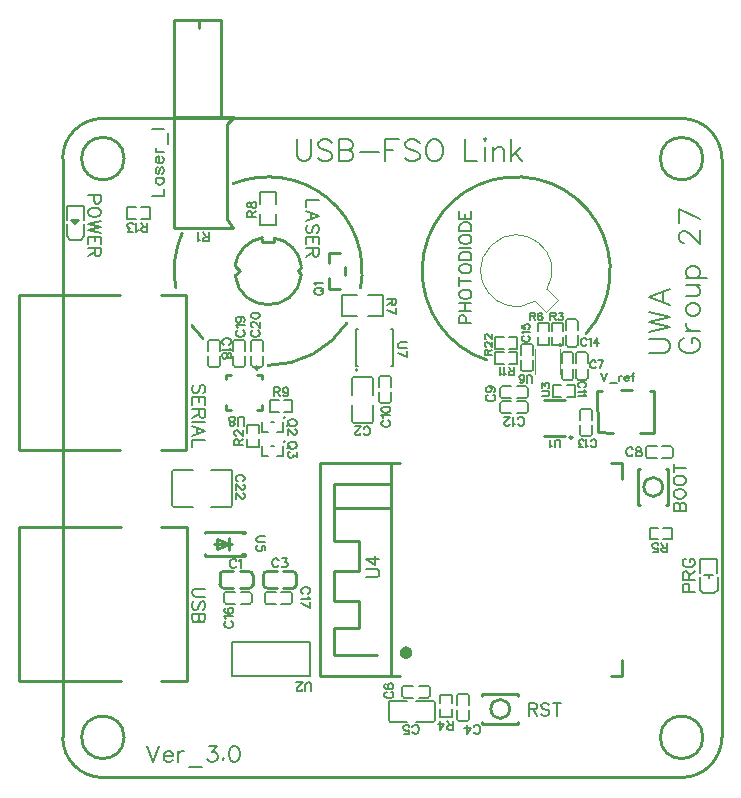
<source format=gto>
G04 Layer: TopSilkscreenLayer*
G04 EasyEDA v6.5.51, 2025-10-19 23:19:45*
G04 7b2d1a5a50ca49e0b1e0c3d03fbfd553,f84f62d461a54663ae58951fd378ab02,10*
G04 Gerber Generator version 0.2*
G04 Scale: 100 percent, Rotated: No, Reflected: No *
G04 Dimensions in millimeters *
G04 leading zeros omitted , absolute positions ,4 integer and 5 decimal *
%FSLAX45Y45*%
%MOMM*%

%ADD10C,0.2032*%
%ADD11C,0.1500*%
%ADD12C,0.1524*%
%ADD13C,0.2540*%
%ADD14C,0.1900*%
%ADD15C,0.0127*%
%ADD16C,0.2030*%
%ADD17C,0.1199*%
%ADD18C,0.1200*%
%ADD19C,0.1800*%

%LPD*%
D10*
X3221611Y-698888D02*
G01*
X3351151Y-698888D01*
X3377059Y-690252D01*
X3394331Y-672980D01*
X3402967Y-647072D01*
X3402967Y-629800D01*
X3394331Y-603892D01*
X3377059Y-586620D01*
X3351151Y-577984D01*
X3221611Y-577984D01*
X3221611Y-520834D02*
G01*
X3402967Y-477654D01*
X3221611Y-434474D02*
G01*
X3402967Y-477654D01*
X3221611Y-434474D02*
G01*
X3402967Y-391294D01*
X3221611Y-348114D02*
G01*
X3402967Y-391294D01*
X3221611Y-222130D02*
G01*
X3402967Y-291218D01*
X3221611Y-222130D02*
G01*
X3402967Y-153042D01*
X3342515Y-265310D02*
G01*
X3342515Y-178950D01*
X3518748Y-569346D02*
G01*
X3501476Y-577982D01*
X3484204Y-595254D01*
X3475568Y-612526D01*
X3475568Y-647070D01*
X3484204Y-664342D01*
X3501476Y-681614D01*
X3518748Y-690250D01*
X3544656Y-698886D01*
X3587836Y-698886D01*
X3613744Y-690250D01*
X3631016Y-681614D01*
X3648288Y-664342D01*
X3656924Y-647070D01*
X3656924Y-612526D01*
X3648288Y-595254D01*
X3631016Y-577982D01*
X3613744Y-569346D01*
X3587836Y-569346D01*
X3587836Y-612526D02*
G01*
X3587836Y-569346D01*
X3536020Y-512450D02*
G01*
X3656924Y-512450D01*
X3587836Y-512450D02*
G01*
X3561928Y-503814D01*
X3544656Y-486542D01*
X3536020Y-469270D01*
X3536020Y-443362D01*
X3536020Y-343032D02*
G01*
X3544656Y-360304D01*
X3561928Y-377576D01*
X3587836Y-386466D01*
X3605108Y-386466D01*
X3631016Y-377576D01*
X3648288Y-360304D01*
X3656924Y-343032D01*
X3656924Y-317124D01*
X3648288Y-299852D01*
X3631016Y-282580D01*
X3605108Y-273944D01*
X3587836Y-273944D01*
X3561928Y-282580D01*
X3544656Y-299852D01*
X3536020Y-317124D01*
X3536020Y-343032D01*
X3536020Y-217048D02*
G01*
X3622380Y-217048D01*
X3648288Y-208412D01*
X3656924Y-191140D01*
X3656924Y-165232D01*
X3648288Y-147960D01*
X3622380Y-122052D01*
X3536020Y-122052D02*
G01*
X3656924Y-122052D01*
X3536020Y-65156D02*
G01*
X3717376Y-65156D01*
X3561928Y-65156D02*
G01*
X3544656Y-47884D01*
X3536020Y-30612D01*
X3536020Y-4704D01*
X3544656Y12567D01*
X3561928Y29839D01*
X3587836Y38475D01*
X3605108Y38475D01*
X3631016Y29839D01*
X3648288Y12567D01*
X3656924Y-4704D01*
X3656924Y-30612D01*
X3648288Y-47884D01*
X3631016Y-65156D01*
X3518748Y237103D02*
G01*
X3510112Y237103D01*
X3492840Y245739D01*
X3484204Y254375D01*
X3475568Y271647D01*
X3475568Y306191D01*
X3484204Y323463D01*
X3492840Y332099D01*
X3510112Y340735D01*
X3527384Y340735D01*
X3544656Y332099D01*
X3570564Y314827D01*
X3656924Y228467D01*
X3656924Y349371D01*
X3475568Y527425D02*
G01*
X3656924Y441065D01*
X3475568Y406521D02*
G01*
X3475568Y527425D01*
X244988Y1111724D02*
G01*
X244988Y982184D01*
X253624Y956276D01*
X270896Y939004D01*
X296804Y930368D01*
X314076Y930368D01*
X339984Y939004D01*
X357256Y956276D01*
X365892Y982184D01*
X365892Y1111724D01*
X543946Y1085816D02*
G01*
X526674Y1103088D01*
X500766Y1111724D01*
X466222Y1111724D01*
X440314Y1103088D01*
X423042Y1085816D01*
X423042Y1068544D01*
X431678Y1051272D01*
X440314Y1042636D01*
X457586Y1034000D01*
X509402Y1016728D01*
X526674Y1008092D01*
X535310Y999456D01*
X543946Y982184D01*
X543946Y956276D01*
X526674Y939004D01*
X500766Y930368D01*
X466222Y930368D01*
X440314Y939004D01*
X423042Y956276D01*
X600842Y1111724D02*
G01*
X600842Y930368D01*
X600842Y1111724D02*
G01*
X678566Y1111724D01*
X704474Y1103088D01*
X713110Y1094452D01*
X721746Y1077180D01*
X721746Y1059908D01*
X713110Y1042636D01*
X704474Y1034000D01*
X678566Y1025364D01*
X600842Y1025364D02*
G01*
X678566Y1025364D01*
X704474Y1016728D01*
X713110Y1008092D01*
X721746Y990820D01*
X721746Y964912D01*
X713110Y947640D01*
X704474Y939004D01*
X678566Y930368D01*
X600842Y930368D01*
X778642Y1008092D02*
G01*
X934090Y1008092D01*
X991240Y1111724D02*
G01*
X991240Y930368D01*
X991240Y1111724D02*
G01*
X1103508Y1111724D01*
X991240Y1025364D02*
G01*
X1060328Y1025364D01*
X1281308Y1085816D02*
G01*
X1264036Y1103088D01*
X1238128Y1111724D01*
X1203584Y1111724D01*
X1177676Y1103088D01*
X1160404Y1085816D01*
X1160404Y1068544D01*
X1169040Y1051272D01*
X1177676Y1042636D01*
X1194948Y1034000D01*
X1246764Y1016728D01*
X1264036Y1008092D01*
X1272672Y999456D01*
X1281308Y982184D01*
X1281308Y956276D01*
X1264036Y939004D01*
X1238128Y930368D01*
X1203584Y930368D01*
X1177676Y939004D01*
X1160404Y956276D01*
X1390274Y1111724D02*
G01*
X1373002Y1103088D01*
X1355730Y1085816D01*
X1347094Y1068544D01*
X1338458Y1042636D01*
X1338458Y999456D01*
X1347094Y973548D01*
X1355730Y956276D01*
X1373002Y939004D01*
X1390274Y930368D01*
X1424818Y930368D01*
X1442090Y939004D01*
X1459362Y956276D01*
X1467998Y973548D01*
X1476634Y999456D01*
X1476634Y1042636D01*
X1467998Y1068544D01*
X1459362Y1085816D01*
X1442090Y1103088D01*
X1424818Y1111724D01*
X1390274Y1111724D01*
X1666626Y1111724D02*
G01*
X1666626Y930368D01*
X1666626Y930368D02*
G01*
X1770258Y930368D01*
X1827154Y1111724D02*
G01*
X1835790Y1103088D01*
X1844426Y1111724D01*
X1835790Y1120360D01*
X1827154Y1111724D01*
X1835790Y1051272D02*
G01*
X1835790Y930368D01*
X1901576Y1051272D02*
G01*
X1901576Y930368D01*
X1901576Y1016728D02*
G01*
X1927484Y1042636D01*
X1944756Y1051272D01*
X1970664Y1051272D01*
X1987936Y1042636D01*
X1996572Y1016728D01*
X1996572Y930368D01*
X2053468Y1111724D02*
G01*
X2053468Y930368D01*
X2139828Y1051272D02*
G01*
X2053468Y964912D01*
X2088012Y999456D02*
G01*
X2148464Y930368D01*
X-1028776Y-4024376D02*
G01*
X-977722Y-4157979D01*
X-926922Y-4024376D02*
G01*
X-977722Y-4157979D01*
X-884758Y-4106926D02*
G01*
X-808558Y-4106926D01*
X-808558Y-4094226D01*
X-814908Y-4081526D01*
X-821258Y-4075176D01*
X-833958Y-4068826D01*
X-853008Y-4068826D01*
X-865708Y-4075176D01*
X-878408Y-4087876D01*
X-884758Y-4106926D01*
X-884758Y-4119879D01*
X-878408Y-4138929D01*
X-865708Y-4151629D01*
X-853008Y-4157979D01*
X-833958Y-4157979D01*
X-821258Y-4151629D01*
X-808558Y-4138929D01*
X-766394Y-4068826D02*
G01*
X-766394Y-4157979D01*
X-766394Y-4106926D02*
G01*
X-760044Y-4087876D01*
X-747344Y-4075176D01*
X-734644Y-4068826D01*
X-715594Y-4068826D01*
X-673684Y-4202429D02*
G01*
X-559130Y-4202429D01*
X-504266Y-4024376D02*
G01*
X-434416Y-4024376D01*
X-472516Y-4075176D01*
X-453466Y-4075176D01*
X-440766Y-4081526D01*
X-434416Y-4087876D01*
X-428066Y-4106926D01*
X-428066Y-4119879D01*
X-434416Y-4138929D01*
X-447116Y-4151629D01*
X-466166Y-4157979D01*
X-485216Y-4157979D01*
X-504266Y-4151629D01*
X-510616Y-4145279D01*
X-516966Y-4132579D01*
X-379552Y-4126229D02*
G01*
X-385902Y-4132579D01*
X-379552Y-4138929D01*
X-373202Y-4132579D01*
X-379552Y-4126229D01*
X-292938Y-4024376D02*
G01*
X-312242Y-4030726D01*
X-324942Y-4049776D01*
X-331292Y-4081526D01*
X-331292Y-4100576D01*
X-324942Y-4132579D01*
X-312242Y-4151629D01*
X-292938Y-4157979D01*
X-280238Y-4157979D01*
X-261188Y-4151629D01*
X-248488Y-4132579D01*
X-242138Y-4100576D01*
X-242138Y-4081526D01*
X-248488Y-4049776D01*
X-261188Y-4030726D01*
X-280238Y-4024376D01*
X-292938Y-4024376D01*
D11*
X-1419136Y638817D02*
G01*
X-1524038Y638817D01*
X-1419136Y638817D02*
G01*
X-1419136Y593859D01*
X-1424216Y578873D01*
X-1429042Y573793D01*
X-1439202Y568713D01*
X-1454188Y568713D01*
X-1464094Y573793D01*
X-1469174Y578873D01*
X-1474000Y593859D01*
X-1474000Y638817D01*
X-1419136Y505721D02*
G01*
X-1424216Y515881D01*
X-1434122Y525787D01*
X-1444028Y530867D01*
X-1459014Y535693D01*
X-1484160Y535693D01*
X-1499146Y530867D01*
X-1509052Y525787D01*
X-1519212Y515881D01*
X-1524038Y505721D01*
X-1524038Y485909D01*
X-1519212Y475749D01*
X-1509052Y465843D01*
X-1499146Y460763D01*
X-1484160Y455683D01*
X-1459014Y455683D01*
X-1444028Y460763D01*
X-1434122Y465843D01*
X-1424216Y475749D01*
X-1419136Y485909D01*
X-1419136Y505721D01*
X-1419136Y422917D02*
G01*
X-1524038Y397771D01*
X-1419136Y372879D02*
G01*
X-1524038Y397771D01*
X-1419136Y372879D02*
G01*
X-1524038Y347733D01*
X-1419136Y322841D02*
G01*
X-1524038Y347733D01*
X-1419136Y289821D02*
G01*
X-1524038Y289821D01*
X-1419136Y289821D02*
G01*
X-1419136Y224797D01*
X-1469174Y289821D02*
G01*
X-1469174Y249689D01*
X-1524038Y289821D02*
G01*
X-1524038Y224797D01*
X-1419136Y191777D02*
G01*
X-1524038Y191777D01*
X-1419136Y191777D02*
G01*
X-1419136Y146819D01*
X-1424216Y131833D01*
X-1429042Y126753D01*
X-1439202Y121673D01*
X-1449108Y121673D01*
X-1459014Y126753D01*
X-1464094Y131833D01*
X-1469174Y146819D01*
X-1469174Y191777D01*
X-1469174Y156725D02*
G01*
X-1524038Y121673D01*
X2206782Y-3661232D02*
G01*
X2206782Y-3766134D01*
X2206782Y-3661232D02*
G01*
X2251740Y-3661232D01*
X2266726Y-3666312D01*
X2271806Y-3671138D01*
X2276886Y-3681298D01*
X2276886Y-3691204D01*
X2271806Y-3701110D01*
X2266726Y-3706190D01*
X2251740Y-3711270D01*
X2206782Y-3711270D01*
X2241834Y-3711270D02*
G01*
X2276886Y-3766134D01*
X2379756Y-3676218D02*
G01*
X2369850Y-3666312D01*
X2354864Y-3661232D01*
X2334798Y-3661232D01*
X2319812Y-3666312D01*
X2309906Y-3676218D01*
X2309906Y-3686124D01*
X2314732Y-3696284D01*
X2319812Y-3701110D01*
X2329718Y-3706190D01*
X2359690Y-3716096D01*
X2369850Y-3721176D01*
X2374930Y-3726256D01*
X2379756Y-3736162D01*
X2379756Y-3751148D01*
X2369850Y-3761308D01*
X2354864Y-3766134D01*
X2334798Y-3766134D01*
X2319812Y-3761308D01*
X2309906Y-3751148D01*
X2447828Y-3661232D02*
G01*
X2447828Y-3766134D01*
X2412776Y-3661232D02*
G01*
X2482880Y-3661232D01*
X3432335Y-2032012D02*
G01*
X3537237Y-2032012D01*
X3432335Y-2032012D02*
G01*
X3432335Y-1987054D01*
X3437415Y-1972068D01*
X3442241Y-1966988D01*
X3452401Y-1961908D01*
X3462307Y-1961908D01*
X3472213Y-1966988D01*
X3477293Y-1972068D01*
X3482373Y-1987054D01*
X3482373Y-2032012D02*
G01*
X3482373Y-1987054D01*
X3487199Y-1972068D01*
X3492279Y-1966988D01*
X3502185Y-1961908D01*
X3517171Y-1961908D01*
X3527331Y-1966988D01*
X3532411Y-1972068D01*
X3537237Y-1987054D01*
X3537237Y-2032012D01*
X3432335Y-1898916D02*
G01*
X3437415Y-1909076D01*
X3447321Y-1918982D01*
X3457227Y-1924062D01*
X3472213Y-1928888D01*
X3497359Y-1928888D01*
X3512345Y-1924062D01*
X3522251Y-1918982D01*
X3532411Y-1909076D01*
X3537237Y-1898916D01*
X3537237Y-1879104D01*
X3532411Y-1868944D01*
X3522251Y-1859038D01*
X3512345Y-1853958D01*
X3497359Y-1848878D01*
X3472213Y-1848878D01*
X3457227Y-1853958D01*
X3447321Y-1859038D01*
X3437415Y-1868944D01*
X3432335Y-1879104D01*
X3432335Y-1898916D01*
X3432335Y-1785886D02*
G01*
X3437415Y-1796046D01*
X3447321Y-1805952D01*
X3457227Y-1811032D01*
X3472213Y-1816112D01*
X3497359Y-1816112D01*
X3512345Y-1811032D01*
X3522251Y-1805952D01*
X3532411Y-1796046D01*
X3537237Y-1785886D01*
X3537237Y-1766074D01*
X3532411Y-1755914D01*
X3522251Y-1746008D01*
X3512345Y-1740928D01*
X3497359Y-1736102D01*
X3472213Y-1736102D01*
X3457227Y-1740928D01*
X3447321Y-1746008D01*
X3437415Y-1755914D01*
X3432335Y-1766074D01*
X3432335Y-1785886D01*
X3432335Y-1668030D02*
G01*
X3537237Y-1668030D01*
X3432335Y-1703082D02*
G01*
X3432335Y-1632978D01*
X3508535Y-2717812D02*
G01*
X3613437Y-2717812D01*
X3508535Y-2717812D02*
G01*
X3508535Y-2672854D01*
X3513615Y-2657868D01*
X3518441Y-2652788D01*
X3528601Y-2647708D01*
X3543587Y-2647708D01*
X3553493Y-2652788D01*
X3558573Y-2657868D01*
X3563399Y-2672854D01*
X3563399Y-2717812D01*
X3508535Y-2614688D02*
G01*
X3613437Y-2614688D01*
X3508535Y-2614688D02*
G01*
X3508535Y-2569730D01*
X3513615Y-2554744D01*
X3518441Y-2549664D01*
X3528601Y-2544838D01*
X3538507Y-2544838D01*
X3548413Y-2549664D01*
X3553493Y-2554744D01*
X3558573Y-2569730D01*
X3558573Y-2614688D01*
X3558573Y-2579890D02*
G01*
X3613437Y-2544838D01*
X3533427Y-2436888D02*
G01*
X3523521Y-2441714D01*
X3513615Y-2451874D01*
X3508535Y-2461780D01*
X3508535Y-2481846D01*
X3513615Y-2491752D01*
X3523521Y-2501912D01*
X3533427Y-2506738D01*
X3548413Y-2511818D01*
X3573559Y-2511818D01*
X3588545Y-2506738D01*
X3598451Y-2501912D01*
X3608611Y-2491752D01*
X3613437Y-2481846D01*
X3613437Y-2461780D01*
X3608611Y-2451874D01*
X3598451Y-2441714D01*
X3588545Y-2436888D01*
X3573559Y-2436888D01*
X3573559Y-2461780D02*
G01*
X3573559Y-2436888D01*
X428459Y596933D02*
G01*
X323557Y596933D01*
X323557Y596933D02*
G01*
X323557Y536989D01*
X428459Y463837D02*
G01*
X323557Y503969D01*
X428459Y463837D02*
G01*
X323557Y423959D01*
X358609Y488983D02*
G01*
X358609Y438945D01*
X413473Y320835D02*
G01*
X423379Y330995D01*
X428459Y345981D01*
X428459Y365793D01*
X423379Y381033D01*
X413473Y390939D01*
X403567Y390939D01*
X393407Y385859D01*
X388581Y381033D01*
X383501Y370873D01*
X373595Y340901D01*
X368515Y330995D01*
X363435Y325915D01*
X353529Y320835D01*
X338543Y320835D01*
X328383Y330995D01*
X323557Y345981D01*
X323557Y365793D01*
X328383Y381033D01*
X338543Y390939D01*
X428459Y287815D02*
G01*
X323557Y287815D01*
X428459Y287815D02*
G01*
X428459Y222791D01*
X378421Y287815D02*
G01*
X378421Y247937D01*
X323557Y287815D02*
G01*
X323557Y222791D01*
X428459Y190025D02*
G01*
X323557Y190025D01*
X428459Y190025D02*
G01*
X428459Y144813D01*
X423379Y129827D01*
X418553Y125001D01*
X408393Y119921D01*
X398487Y119921D01*
X388581Y125001D01*
X383501Y129827D01*
X378421Y144813D01*
X378421Y190025D01*
X378421Y154973D02*
G01*
X323557Y119921D01*
X1616235Y-444512D02*
G01*
X1721137Y-444512D01*
X1616235Y-444512D02*
G01*
X1616235Y-399554D01*
X1621315Y-384568D01*
X1626141Y-379488D01*
X1636301Y-374408D01*
X1651287Y-374408D01*
X1661193Y-379488D01*
X1666273Y-384568D01*
X1671099Y-399554D01*
X1671099Y-444512D01*
X1616235Y-341388D02*
G01*
X1721137Y-341388D01*
X1616235Y-271538D02*
G01*
X1721137Y-271538D01*
X1666273Y-341388D02*
G01*
X1666273Y-271538D01*
X1616235Y-208546D02*
G01*
X1621315Y-218452D01*
X1631221Y-228612D01*
X1641127Y-233438D01*
X1656113Y-238518D01*
X1681259Y-238518D01*
X1696245Y-233438D01*
X1706151Y-228612D01*
X1716311Y-218452D01*
X1721137Y-208546D01*
X1721137Y-188480D01*
X1716311Y-178574D01*
X1706151Y-168414D01*
X1696245Y-163588D01*
X1681259Y-158508D01*
X1656113Y-158508D01*
X1641127Y-163588D01*
X1631221Y-168414D01*
X1621315Y-178574D01*
X1616235Y-188480D01*
X1616235Y-208546D01*
X1616235Y-90436D02*
G01*
X1721137Y-90436D01*
X1616235Y-125488D02*
G01*
X1616235Y-55384D01*
X1616235Y7607D02*
G01*
X1621315Y-2552D01*
X1631221Y-12458D01*
X1641127Y-17538D01*
X1656113Y-22364D01*
X1681259Y-22364D01*
X1696245Y-17538D01*
X1706151Y-12458D01*
X1716311Y-2552D01*
X1721137Y7607D01*
X1721137Y27419D01*
X1716311Y37579D01*
X1706151Y47485D01*
X1696245Y52565D01*
X1681259Y57391D01*
X1656113Y57391D01*
X1641127Y52565D01*
X1631221Y47485D01*
X1621315Y37579D01*
X1616235Y27419D01*
X1616235Y7607D01*
X1616235Y90411D02*
G01*
X1721137Y90411D01*
X1616235Y90411D02*
G01*
X1616235Y125463D01*
X1621315Y140449D01*
X1631221Y150609D01*
X1641127Y155435D01*
X1656113Y160515D01*
X1681259Y160515D01*
X1696245Y155435D01*
X1706151Y150609D01*
X1716311Y140449D01*
X1721137Y125463D01*
X1721137Y90411D01*
X1616235Y193535D02*
G01*
X1721137Y193535D01*
X1616235Y256527D02*
G01*
X1621315Y246621D01*
X1631221Y236461D01*
X1641127Y231635D01*
X1656113Y226555D01*
X1681259Y226555D01*
X1696245Y231635D01*
X1706151Y236461D01*
X1716311Y246621D01*
X1721137Y256527D01*
X1721137Y276593D01*
X1716311Y286499D01*
X1706151Y296405D01*
X1696245Y301485D01*
X1681259Y306565D01*
X1656113Y306565D01*
X1641127Y301485D01*
X1631221Y296405D01*
X1621315Y286499D01*
X1616235Y276593D01*
X1616235Y256527D01*
X1616235Y339585D02*
G01*
X1721137Y339585D01*
X1616235Y339585D02*
G01*
X1616235Y374383D01*
X1621315Y389623D01*
X1631221Y399529D01*
X1641127Y404609D01*
X1656113Y409435D01*
X1681259Y409435D01*
X1696245Y404609D01*
X1706151Y399529D01*
X1716311Y389623D01*
X1721137Y374383D01*
X1721137Y339585D01*
X1616235Y442455D02*
G01*
X1721137Y442455D01*
X1616235Y442455D02*
G01*
X1616235Y507479D01*
X1666273Y442455D02*
G01*
X1666273Y482587D01*
X1721137Y442455D02*
G01*
X1721137Y507479D01*
X-987247Y634974D02*
G01*
X-882345Y634974D01*
X-882345Y634974D02*
G01*
X-882345Y694918D01*
X-952195Y787882D02*
G01*
X-882345Y787882D01*
X-937209Y787882D02*
G01*
X-947369Y777976D01*
X-952195Y768070D01*
X-952195Y753084D01*
X-947369Y742924D01*
X-937209Y733018D01*
X-922223Y727938D01*
X-912317Y727938D01*
X-897331Y733018D01*
X-887425Y742924D01*
X-882345Y753084D01*
X-882345Y768070D01*
X-887425Y777976D01*
X-897331Y787882D01*
X-937209Y876020D02*
G01*
X-947369Y870940D01*
X-952195Y855954D01*
X-952195Y840968D01*
X-947369Y825982D01*
X-937209Y820902D01*
X-927303Y825982D01*
X-922223Y835888D01*
X-917397Y861034D01*
X-912317Y870940D01*
X-902411Y876020D01*
X-897331Y876020D01*
X-887425Y870940D01*
X-882345Y855954D01*
X-882345Y840968D01*
X-887425Y825982D01*
X-897331Y820902D01*
X-922223Y909040D02*
G01*
X-922223Y968984D01*
X-932383Y968984D01*
X-942289Y963904D01*
X-947369Y959078D01*
X-952195Y948918D01*
X-952195Y933932D01*
X-947369Y924026D01*
X-937209Y914120D01*
X-922223Y909040D01*
X-912317Y909040D01*
X-897331Y914120D01*
X-887425Y924026D01*
X-882345Y933932D01*
X-882345Y948918D01*
X-887425Y959078D01*
X-897331Y968984D01*
X-952195Y1002004D02*
G01*
X-882345Y1002004D01*
X-922223Y1002004D02*
G01*
X-937209Y1007084D01*
X-947369Y1016990D01*
X-952195Y1026896D01*
X-952195Y1041882D01*
X-847293Y1074902D02*
G01*
X-847293Y1165072D01*
X-987247Y1198092D02*
G01*
X-882345Y1198092D01*
X2819968Y-864438D02*
G01*
X2845368Y-931240D01*
X2871022Y-864438D02*
G01*
X2845368Y-931240D01*
X2891850Y-953338D02*
G01*
X2949254Y-953338D01*
X2970082Y-886536D02*
G01*
X2970082Y-931240D01*
X2970082Y-905840D02*
G01*
X2973384Y-896188D01*
X2979734Y-889838D01*
X2986084Y-886536D01*
X2995736Y-886536D01*
X3016564Y-905840D02*
G01*
X3054918Y-905840D01*
X3054918Y-899236D01*
X3051616Y-892886D01*
X3048568Y-889838D01*
X3041964Y-886536D01*
X3032566Y-886536D01*
X3026216Y-889838D01*
X3019866Y-896188D01*
X3016564Y-905840D01*
X3016564Y-912190D01*
X3019866Y-921588D01*
X3026216Y-927938D01*
X3032566Y-931240D01*
X3041964Y-931240D01*
X3048568Y-927938D01*
X3054918Y-921588D01*
X3101146Y-864438D02*
G01*
X3094796Y-864438D01*
X3088446Y-867486D01*
X3085398Y-877138D01*
X3085398Y-931240D01*
X3075746Y-886536D02*
G01*
X3098098Y-886536D01*
D12*
X2389464Y-353763D02*
G01*
X2389464Y-420565D01*
X2389464Y-353763D02*
G01*
X2418166Y-353763D01*
X2427564Y-356811D01*
X2430866Y-360113D01*
X2433914Y-366463D01*
X2433914Y-372813D01*
X2430866Y-379163D01*
X2427564Y-382211D01*
X2418166Y-385513D01*
X2389464Y-385513D01*
X2411816Y-385513D02*
G01*
X2433914Y-420565D01*
X2461346Y-353763D02*
G01*
X2496398Y-353763D01*
X2477348Y-379163D01*
X2486746Y-379163D01*
X2493096Y-382211D01*
X2496398Y-385513D01*
X2499700Y-395165D01*
X2499700Y-401515D01*
X2496398Y-410913D01*
X2490048Y-417263D01*
X2480396Y-420565D01*
X2470998Y-420565D01*
X2461346Y-417263D01*
X2458298Y-414215D01*
X2454996Y-407865D01*
X975931Y-1266563D02*
G01*
X968565Y-1270119D01*
X961199Y-1277485D01*
X957643Y-1284851D01*
X957643Y-1299329D01*
X961199Y-1306441D01*
X968565Y-1313807D01*
X975931Y-1317363D01*
X986853Y-1321173D01*
X1004887Y-1321173D01*
X1015809Y-1317363D01*
X1023175Y-1313807D01*
X1030287Y-1306441D01*
X1034097Y-1299329D01*
X1034097Y-1284851D01*
X1030287Y-1277485D01*
X1023175Y-1270119D01*
X1015809Y-1266563D01*
X972121Y-1242433D02*
G01*
X968565Y-1235321D01*
X957643Y-1224399D01*
X1034097Y-1224399D01*
X957643Y-1178425D02*
G01*
X961199Y-1189347D01*
X972121Y-1196713D01*
X990409Y-1200269D01*
X1001331Y-1200269D01*
X1019619Y-1196713D01*
X1030287Y-1189347D01*
X1034097Y-1178425D01*
X1034097Y-1171313D01*
X1030287Y-1160391D01*
X1019619Y-1153025D01*
X1001331Y-1149469D01*
X990409Y-1149469D01*
X972121Y-1153025D01*
X961199Y-1160391D01*
X957643Y-1171313D01*
X957643Y-1178425D01*
X-331226Y-626031D02*
G01*
X-323860Y-622475D01*
X-316494Y-615109D01*
X-312938Y-607743D01*
X-312938Y-593265D01*
X-316494Y-586153D01*
X-323860Y-578787D01*
X-331226Y-575231D01*
X-342148Y-571421D01*
X-360182Y-571421D01*
X-371104Y-575231D01*
X-378470Y-578787D01*
X-385582Y-586153D01*
X-389392Y-593265D01*
X-389392Y-607743D01*
X-385582Y-615109D01*
X-378470Y-622475D01*
X-371104Y-626031D01*
X-327416Y-650161D02*
G01*
X-323860Y-657273D01*
X-312938Y-668195D01*
X-389392Y-668195D01*
X-312938Y-710359D02*
G01*
X-316494Y-699437D01*
X-323860Y-695881D01*
X-331226Y-695881D01*
X-338338Y-699437D01*
X-342148Y-706803D01*
X-345704Y-721281D01*
X-349260Y-732203D01*
X-356626Y-739569D01*
X-363992Y-743125D01*
X-374914Y-743125D01*
X-382026Y-739569D01*
X-385582Y-735759D01*
X-389392Y-724837D01*
X-389392Y-710359D01*
X-385582Y-699437D01*
X-382026Y-695881D01*
X-374914Y-692325D01*
X-363992Y-692325D01*
X-356626Y-695881D01*
X-349260Y-703247D01*
X-345704Y-714169D01*
X-342148Y-728647D01*
X-338338Y-735759D01*
X-331226Y-739569D01*
X-323860Y-739569D01*
X-316494Y-735759D01*
X-312938Y-724837D01*
X-312938Y-710359D01*
X-255968Y-504563D02*
G01*
X-263334Y-508119D01*
X-270700Y-515485D01*
X-274256Y-522851D01*
X-274256Y-537329D01*
X-270700Y-544441D01*
X-263334Y-551807D01*
X-255968Y-555363D01*
X-245046Y-559173D01*
X-227012Y-559173D01*
X-216090Y-555363D01*
X-208724Y-551807D01*
X-201612Y-544441D01*
X-197802Y-537329D01*
X-197802Y-522851D01*
X-201612Y-515485D01*
X-208724Y-508119D01*
X-216090Y-504563D01*
X-259778Y-480433D02*
G01*
X-263334Y-473321D01*
X-274256Y-462399D01*
X-197802Y-462399D01*
X-248856Y-391025D02*
G01*
X-237934Y-394835D01*
X-230568Y-401947D01*
X-227012Y-412869D01*
X-227012Y-416425D01*
X-230568Y-427347D01*
X-237934Y-434713D01*
X-248856Y-438269D01*
X-252412Y-438269D01*
X-263334Y-434713D01*
X-270700Y-427347D01*
X-274256Y-416425D01*
X-274256Y-412869D01*
X-270700Y-401947D01*
X-263334Y-394835D01*
X-248856Y-391025D01*
X-230568Y-391025D01*
X-212280Y-394835D01*
X-201612Y-401947D01*
X-197802Y-412869D01*
X-197802Y-420235D01*
X-201612Y-431157D01*
X-208724Y-434713D01*
X-128968Y-504563D02*
G01*
X-136334Y-508119D01*
X-143700Y-515485D01*
X-147256Y-522851D01*
X-147256Y-537329D01*
X-143700Y-544441D01*
X-136334Y-551807D01*
X-128968Y-555363D01*
X-118046Y-559173D01*
X-100012Y-559173D01*
X-89090Y-555363D01*
X-81724Y-551807D01*
X-74612Y-544441D01*
X-70802Y-537329D01*
X-70802Y-522851D01*
X-74612Y-515485D01*
X-81724Y-508119D01*
X-89090Y-504563D01*
X-128968Y-476877D02*
G01*
X-132778Y-476877D01*
X-139890Y-473321D01*
X-143700Y-469765D01*
X-147256Y-462399D01*
X-147256Y-447921D01*
X-143700Y-440555D01*
X-139890Y-436999D01*
X-132778Y-433189D01*
X-125412Y-433189D01*
X-118046Y-436999D01*
X-107124Y-444111D01*
X-70802Y-480433D01*
X-70802Y-429633D01*
X-147256Y-383913D02*
G01*
X-143700Y-394835D01*
X-132778Y-401947D01*
X-114490Y-405757D01*
X-103568Y-405757D01*
X-85280Y-401947D01*
X-74612Y-394835D01*
X-70802Y-383913D01*
X-70802Y-376547D01*
X-74612Y-365625D01*
X-85280Y-358259D01*
X-103568Y-354703D01*
X-114490Y-354703D01*
X-132778Y-358259D01*
X-143700Y-365625D01*
X-147256Y-376547D01*
X-147256Y-383913D01*
X242765Y-1279448D02*
G01*
X239209Y-1272082D01*
X231843Y-1264970D01*
X224731Y-1261160D01*
X213809Y-1257604D01*
X195521Y-1257604D01*
X184599Y-1261160D01*
X177487Y-1264970D01*
X170121Y-1272082D01*
X166565Y-1279448D01*
X166565Y-1293926D01*
X170121Y-1301292D01*
X177487Y-1308404D01*
X184599Y-1312214D01*
X195521Y-1315770D01*
X213809Y-1315770D01*
X224731Y-1312214D01*
X231843Y-1308404D01*
X239209Y-1301292D01*
X242765Y-1293926D01*
X242765Y-1279448D01*
X181043Y-1290370D02*
G01*
X159199Y-1312214D01*
X224731Y-1343456D02*
G01*
X228287Y-1343456D01*
X235653Y-1347012D01*
X239209Y-1350568D01*
X242765Y-1357934D01*
X242765Y-1372412D01*
X239209Y-1379778D01*
X235653Y-1383334D01*
X228287Y-1387144D01*
X220921Y-1387144D01*
X213809Y-1383334D01*
X202887Y-1376222D01*
X166565Y-1339900D01*
X166565Y-1390700D01*
X242765Y-1469948D02*
G01*
X239209Y-1462582D01*
X231843Y-1455470D01*
X224731Y-1451660D01*
X213809Y-1448104D01*
X195521Y-1448104D01*
X184599Y-1451660D01*
X177487Y-1455470D01*
X170121Y-1462582D01*
X166565Y-1469948D01*
X166565Y-1484426D01*
X170121Y-1491792D01*
X177487Y-1498904D01*
X184599Y-1502714D01*
X195521Y-1506270D01*
X213809Y-1506270D01*
X224731Y-1502714D01*
X231843Y-1498904D01*
X239209Y-1491792D01*
X242765Y-1484426D01*
X242765Y-1469948D01*
X181043Y-1480870D02*
G01*
X159199Y-1502714D01*
X242765Y-1537512D02*
G01*
X242765Y-1577644D01*
X213809Y-1555800D01*
X213809Y-1566722D01*
X209999Y-1573834D01*
X206443Y-1577644D01*
X195521Y-1581200D01*
X188409Y-1581200D01*
X177487Y-1577644D01*
X170121Y-1570278D01*
X166565Y-1559356D01*
X166565Y-1548434D01*
X170121Y-1537512D01*
X173677Y-1533956D01*
X181043Y-1530400D01*
X-286956Y-1473573D02*
G01*
X-210502Y-1473573D01*
X-286956Y-1473573D02*
G01*
X-286956Y-1440807D01*
X-283400Y-1429885D01*
X-279590Y-1426329D01*
X-272478Y-1422519D01*
X-265112Y-1422519D01*
X-257746Y-1426329D01*
X-254190Y-1429885D01*
X-250634Y-1440807D01*
X-250634Y-1473573D01*
X-250634Y-1447919D02*
G01*
X-210502Y-1422519D01*
X-268668Y-1394833D02*
G01*
X-272478Y-1394833D01*
X-279590Y-1391277D01*
X-283400Y-1387721D01*
X-286956Y-1380355D01*
X-286956Y-1365877D01*
X-283400Y-1358511D01*
X-279590Y-1354955D01*
X-272478Y-1351399D01*
X-265112Y-1351399D01*
X-257746Y-1354955D01*
X-246824Y-1362321D01*
X-210502Y-1398643D01*
X-210502Y-1347589D01*
X47726Y-986332D02*
G01*
X47726Y-1062786D01*
X47726Y-986332D02*
G01*
X80492Y-986332D01*
X91414Y-989888D01*
X94970Y-993698D01*
X98780Y-1000810D01*
X98780Y-1008176D01*
X94970Y-1015542D01*
X91414Y-1019098D01*
X80492Y-1022654D01*
X47726Y-1022654D01*
X73380Y-1022654D02*
G01*
X98780Y-1062786D01*
X169900Y-1011732D02*
G01*
X166344Y-1022654D01*
X158978Y-1030020D01*
X148056Y-1033576D01*
X144500Y-1033576D01*
X133578Y-1030020D01*
X126466Y-1022654D01*
X122656Y-1011732D01*
X122656Y-1008176D01*
X126466Y-997254D01*
X133578Y-989888D01*
X144500Y-986332D01*
X148056Y-986332D01*
X158978Y-989888D01*
X166344Y-997254D01*
X169900Y-1011732D01*
X169900Y-1030020D01*
X166344Y-1048308D01*
X158978Y-1058976D01*
X148056Y-1062786D01*
X140944Y-1062786D01*
X130022Y-1058976D01*
X126466Y-1051864D01*
X-204919Y-1310749D02*
G01*
X-204919Y-1256139D01*
X-208729Y-1245217D01*
X-215841Y-1238105D01*
X-226763Y-1234295D01*
X-234129Y-1234295D01*
X-245051Y-1238105D01*
X-252163Y-1245217D01*
X-255973Y-1256139D01*
X-255973Y-1310749D01*
X-298137Y-1310749D02*
G01*
X-287215Y-1307193D01*
X-283659Y-1299827D01*
X-283659Y-1292461D01*
X-287215Y-1285349D01*
X-294327Y-1281539D01*
X-309059Y-1277983D01*
X-319981Y-1274427D01*
X-327093Y-1267061D01*
X-330903Y-1259695D01*
X-330903Y-1248773D01*
X-327093Y-1241661D01*
X-323537Y-1238105D01*
X-312615Y-1234295D01*
X-298137Y-1234295D01*
X-287215Y-1238105D01*
X-283659Y-1241661D01*
X-279849Y-1248773D01*
X-279849Y-1259695D01*
X-283659Y-1267061D01*
X-290771Y-1274427D01*
X-301693Y-1277983D01*
X-316171Y-1281539D01*
X-323537Y-1285349D01*
X-327093Y-1292461D01*
X-327093Y-1299827D01*
X-323537Y-1307193D01*
X-312615Y-1310749D01*
X-298137Y-1310749D01*
X-534692Y-2689915D02*
G01*
X-612670Y-2689915D01*
X-628164Y-2695249D01*
X-638578Y-2705663D01*
X-643658Y-2721157D01*
X-643658Y-2731571D01*
X-638578Y-2747065D01*
X-628164Y-2757479D01*
X-612670Y-2762813D01*
X-534692Y-2762813D01*
X-550186Y-2869747D02*
G01*
X-539772Y-2859333D01*
X-534692Y-2843839D01*
X-534692Y-2823011D01*
X-539772Y-2807517D01*
X-550186Y-2797103D01*
X-560600Y-2797103D01*
X-571014Y-2802183D01*
X-576348Y-2807517D01*
X-581428Y-2817677D01*
X-591842Y-2848919D01*
X-596922Y-2859333D01*
X-602256Y-2864667D01*
X-612670Y-2869747D01*
X-628164Y-2869747D01*
X-638578Y-2859333D01*
X-643658Y-2843839D01*
X-643658Y-2823011D01*
X-638578Y-2807517D01*
X-628164Y-2797103D01*
X-534692Y-2904037D02*
G01*
X-643658Y-2904037D01*
X-534692Y-2904037D02*
G01*
X-534692Y-2950773D01*
X-539772Y-2966267D01*
X-545106Y-2971601D01*
X-555520Y-2976681D01*
X-565934Y-2976681D01*
X-576348Y-2971601D01*
X-581428Y-2966267D01*
X-586508Y-2950773D01*
X-586508Y-2904037D02*
G01*
X-586508Y-2950773D01*
X-591842Y-2966267D01*
X-596922Y-2971601D01*
X-607336Y-2976681D01*
X-623084Y-2976681D01*
X-633498Y-2971601D01*
X-638578Y-2966267D01*
X-643658Y-2950773D01*
X-643658Y-2904037D01*
X-547928Y-1037818D02*
G01*
X-537514Y-1027658D01*
X-532434Y-1011910D01*
X-532434Y-991082D01*
X-537514Y-975588D01*
X-547928Y-965174D01*
X-558342Y-965174D01*
X-568756Y-970508D01*
X-573836Y-975588D01*
X-579170Y-986002D01*
X-589584Y-1017244D01*
X-594664Y-1027658D01*
X-599998Y-1032738D01*
X-610412Y-1037818D01*
X-625906Y-1037818D01*
X-636320Y-1027658D01*
X-641400Y-1011910D01*
X-641400Y-991082D01*
X-636320Y-975588D01*
X-625906Y-965174D01*
X-532434Y-1072108D02*
G01*
X-641400Y-1072108D01*
X-532434Y-1072108D02*
G01*
X-532434Y-1139672D01*
X-584250Y-1072108D02*
G01*
X-584250Y-1113764D01*
X-641400Y-1072108D02*
G01*
X-641400Y-1139672D01*
X-532434Y-1173962D02*
G01*
X-641400Y-1173962D01*
X-532434Y-1173962D02*
G01*
X-532434Y-1220698D01*
X-537514Y-1236446D01*
X-542848Y-1241526D01*
X-553262Y-1246860D01*
X-563422Y-1246860D01*
X-573836Y-1241526D01*
X-579170Y-1236446D01*
X-584250Y-1220698D01*
X-584250Y-1173962D01*
X-584250Y-1210538D02*
G01*
X-641400Y-1246860D01*
X-532434Y-1281150D02*
G01*
X-641400Y-1281150D01*
X-532434Y-1356842D02*
G01*
X-641400Y-1315440D01*
X-532434Y-1356842D02*
G01*
X-641400Y-1398498D01*
X-605078Y-1330934D02*
G01*
X-605078Y-1383004D01*
X-532434Y-1432788D02*
G01*
X-641400Y-1432788D01*
X-641400Y-1432788D02*
G01*
X-641400Y-1495018D01*
X-270466Y-2457383D02*
G01*
X-274022Y-2450271D01*
X-281388Y-2442905D01*
X-288754Y-2439349D01*
X-303232Y-2439349D01*
X-310344Y-2442905D01*
X-317710Y-2450271D01*
X-321266Y-2457383D01*
X-325076Y-2468305D01*
X-325076Y-2486593D01*
X-321266Y-2497515D01*
X-317710Y-2504627D01*
X-310344Y-2511993D01*
X-303232Y-2515549D01*
X-288754Y-2515549D01*
X-281388Y-2511993D01*
X-274022Y-2504627D01*
X-270466Y-2497515D01*
X-246336Y-2453827D02*
G01*
X-239224Y-2450271D01*
X-228302Y-2439349D01*
X-228302Y-2515549D01*
X89540Y-2452387D02*
G01*
X85984Y-2445275D01*
X78618Y-2437909D01*
X71252Y-2434353D01*
X56774Y-2434353D01*
X49662Y-2437909D01*
X42296Y-2445275D01*
X38740Y-2452387D01*
X34930Y-2463309D01*
X34930Y-2481597D01*
X38740Y-2492519D01*
X42296Y-2499631D01*
X49662Y-2506997D01*
X56774Y-2510553D01*
X71252Y-2510553D01*
X78618Y-2506997D01*
X85984Y-2499631D01*
X89540Y-2492519D01*
X120782Y-2434353D02*
G01*
X160914Y-2434353D01*
X139070Y-2463309D01*
X149992Y-2463309D01*
X157104Y-2466865D01*
X160914Y-2470675D01*
X164470Y-2481597D01*
X164470Y-2488709D01*
X160914Y-2499631D01*
X153548Y-2506997D01*
X142626Y-2510553D01*
X131704Y-2510553D01*
X120782Y-2506997D01*
X117226Y-2503441D01*
X113670Y-2496075D01*
X808482Y-1375392D02*
G01*
X812038Y-1382504D01*
X819404Y-1389870D01*
X826770Y-1393426D01*
X841248Y-1393426D01*
X848360Y-1389870D01*
X855726Y-1382504D01*
X859282Y-1375392D01*
X863092Y-1364470D01*
X863092Y-1346182D01*
X859282Y-1335260D01*
X855726Y-1328148D01*
X848360Y-1320782D01*
X841248Y-1317226D01*
X826770Y-1317226D01*
X819404Y-1320782D01*
X812038Y-1328148D01*
X808482Y-1335260D01*
X780796Y-1375392D02*
G01*
X780796Y-1378948D01*
X777240Y-1386314D01*
X773684Y-1389870D01*
X766318Y-1393426D01*
X751840Y-1393426D01*
X744474Y-1389870D01*
X740918Y-1386314D01*
X737108Y-1378948D01*
X737108Y-1371582D01*
X740918Y-1364470D01*
X748030Y-1353548D01*
X784352Y-1317226D01*
X733552Y-1317226D01*
X1220452Y-3902590D02*
G01*
X1224008Y-3909702D01*
X1231374Y-3917068D01*
X1238740Y-3920624D01*
X1253218Y-3920624D01*
X1260330Y-3917068D01*
X1267696Y-3909702D01*
X1271252Y-3902590D01*
X1275062Y-3891668D01*
X1275062Y-3873380D01*
X1271252Y-3862458D01*
X1267696Y-3855346D01*
X1260330Y-3847980D01*
X1253218Y-3844424D01*
X1238740Y-3844424D01*
X1231374Y-3847980D01*
X1224008Y-3855346D01*
X1220452Y-3862458D01*
X1152888Y-3920624D02*
G01*
X1189210Y-3920624D01*
X1192766Y-3888112D01*
X1189210Y-3891668D01*
X1178288Y-3895224D01*
X1167366Y-3895224D01*
X1156444Y-3891668D01*
X1149078Y-3884302D01*
X1145522Y-3873380D01*
X1145522Y-3866268D01*
X1149078Y-3855346D01*
X1156444Y-3847980D01*
X1167366Y-3844424D01*
X1178288Y-3844424D01*
X1189210Y-3847980D01*
X1192766Y-3851536D01*
X1196322Y-3858902D01*
X1740362Y-3902542D02*
G01*
X1744172Y-3909908D01*
X1751284Y-3917020D01*
X1758650Y-3920830D01*
X1773128Y-3920830D01*
X1780494Y-3917020D01*
X1787606Y-3909908D01*
X1791416Y-3902542D01*
X1794972Y-3891620D01*
X1794972Y-3873332D01*
X1791416Y-3862410D01*
X1787606Y-3855298D01*
X1780494Y-3847932D01*
X1773128Y-3844376D01*
X1758650Y-3844376D01*
X1751284Y-3847932D01*
X1744172Y-3855298D01*
X1740362Y-3862410D01*
X1680164Y-3920830D02*
G01*
X1716486Y-3869776D01*
X1661876Y-3869776D01*
X1680164Y-3920830D02*
G01*
X1680164Y-3844376D01*
X1002403Y-3565456D02*
G01*
X995291Y-3569012D01*
X987925Y-3576378D01*
X984369Y-3583744D01*
X984369Y-3598222D01*
X987925Y-3605334D01*
X995291Y-3612700D01*
X1002403Y-3616256D01*
X1013325Y-3620066D01*
X1031613Y-3620066D01*
X1042535Y-3616256D01*
X1049647Y-3612700D01*
X1057013Y-3605334D01*
X1060569Y-3598222D01*
X1060569Y-3583744D01*
X1057013Y-3576378D01*
X1049647Y-3569012D01*
X1042535Y-3565456D01*
X995291Y-3497892D02*
G01*
X987925Y-3501448D01*
X984369Y-3512370D01*
X984369Y-3519736D01*
X987925Y-3530658D01*
X998847Y-3537770D01*
X1016881Y-3541326D01*
X1035169Y-3541326D01*
X1049647Y-3537770D01*
X1057013Y-3530658D01*
X1060569Y-3519736D01*
X1060569Y-3515926D01*
X1057013Y-3505004D01*
X1049647Y-3497892D01*
X1038725Y-3494082D01*
X1035169Y-3494082D01*
X1024247Y-3497892D01*
X1016881Y-3505004D01*
X1013325Y-3515926D01*
X1013325Y-3519736D01*
X1016881Y-3530658D01*
X1024247Y-3537770D01*
X1035169Y-3541326D01*
X2772813Y-775263D02*
G01*
X2769511Y-768913D01*
X2763161Y-762563D01*
X2756811Y-759261D01*
X2744111Y-759261D01*
X2737761Y-762563D01*
X2731411Y-768913D01*
X2728109Y-775263D01*
X2725061Y-784915D01*
X2725061Y-800663D01*
X2728109Y-810315D01*
X2731411Y-816665D01*
X2737761Y-823015D01*
X2744111Y-826063D01*
X2756811Y-826063D01*
X2763161Y-823015D01*
X2769511Y-816665D01*
X2772813Y-810315D01*
X2838345Y-759261D02*
G01*
X2806341Y-826063D01*
X2793641Y-759261D02*
G01*
X2838345Y-759261D01*
X3086950Y-1512536D02*
G01*
X3083140Y-1505170D01*
X3076028Y-1498058D01*
X3068662Y-1494248D01*
X3054184Y-1494248D01*
X3046818Y-1498058D01*
X3039706Y-1505170D01*
X3035896Y-1512536D01*
X3032340Y-1523458D01*
X3032340Y-1541746D01*
X3035896Y-1552668D01*
X3039706Y-1559780D01*
X3046818Y-1567146D01*
X3054184Y-1570702D01*
X3068662Y-1570702D01*
X3076028Y-1567146D01*
X3083140Y-1559780D01*
X3086950Y-1552668D01*
X3129114Y-1494248D02*
G01*
X3118192Y-1498058D01*
X3114382Y-1505170D01*
X3114382Y-1512536D01*
X3118192Y-1519902D01*
X3125304Y-1523458D01*
X3140036Y-1527014D01*
X3150958Y-1530824D01*
X3158070Y-1537936D01*
X3161880Y-1545302D01*
X3161880Y-1556224D01*
X3158070Y-1563336D01*
X3154514Y-1567146D01*
X3143592Y-1570702D01*
X3129114Y-1570702D01*
X3118192Y-1567146D01*
X3114382Y-1563336D01*
X3110826Y-1556224D01*
X3110826Y-1545302D01*
X3114382Y-1537936D01*
X3121748Y-1530824D01*
X3132670Y-1527014D01*
X3147148Y-1523458D01*
X3154514Y-1519902D01*
X3158070Y-1512536D01*
X3158070Y-1505170D01*
X3154514Y-1498058D01*
X3143592Y-1494248D01*
X3129114Y-1494248D01*
X1862439Y-1050353D02*
G01*
X1855073Y-1054163D01*
X1847961Y-1061275D01*
X1844151Y-1068641D01*
X1844151Y-1083119D01*
X1847961Y-1090485D01*
X1855073Y-1097597D01*
X1862439Y-1101407D01*
X1873361Y-1104963D01*
X1891649Y-1104963D01*
X1902571Y-1101407D01*
X1909683Y-1097597D01*
X1917049Y-1090485D01*
X1920605Y-1083119D01*
X1920605Y-1068641D01*
X1917049Y-1061275D01*
X1909683Y-1054163D01*
X1902571Y-1050353D01*
X1869805Y-979233D02*
G01*
X1880727Y-982789D01*
X1887839Y-990155D01*
X1891649Y-1001077D01*
X1891649Y-1004633D01*
X1887839Y-1015555D01*
X1880727Y-1022921D01*
X1869805Y-1026477D01*
X1865995Y-1026477D01*
X1855073Y-1022921D01*
X1847961Y-1015555D01*
X1844151Y-1004633D01*
X1844151Y-1001077D01*
X1847961Y-990155D01*
X1855073Y-982789D01*
X1869805Y-979233D01*
X1887839Y-979233D01*
X1906127Y-982789D01*
X1917049Y-990155D01*
X1920605Y-1001077D01*
X1920605Y-1008189D01*
X1917049Y-1019111D01*
X1909683Y-1022921D01*
X2674752Y-987739D02*
G01*
X2681102Y-984437D01*
X2687452Y-978087D01*
X2690754Y-971737D01*
X2690754Y-959037D01*
X2687452Y-952687D01*
X2681102Y-946337D01*
X2674752Y-943289D01*
X2665100Y-939987D01*
X2649352Y-939987D01*
X2639700Y-943289D01*
X2633350Y-946337D01*
X2627000Y-952687D01*
X2623698Y-959037D01*
X2623698Y-971737D01*
X2627000Y-978087D01*
X2633350Y-984437D01*
X2639700Y-987739D01*
X2677800Y-1008821D02*
G01*
X2681102Y-1015171D01*
X2690754Y-1024569D01*
X2623698Y-1024569D01*
X2677800Y-1045651D02*
G01*
X2681102Y-1052001D01*
X2690754Y-1061653D01*
X2623698Y-1061653D01*
X2112977Y-1293655D02*
G01*
X2116787Y-1301021D01*
X2123899Y-1308133D01*
X2131265Y-1311943D01*
X2145743Y-1311943D01*
X2153109Y-1308133D01*
X2160221Y-1301021D01*
X2164031Y-1293655D01*
X2167587Y-1282733D01*
X2167587Y-1264445D01*
X2164031Y-1253523D01*
X2160221Y-1246411D01*
X2153109Y-1239045D01*
X2145743Y-1235489D01*
X2131265Y-1235489D01*
X2123899Y-1239045D01*
X2116787Y-1246411D01*
X2112977Y-1253523D01*
X2089101Y-1297211D02*
G01*
X2081735Y-1301021D01*
X2070813Y-1311943D01*
X2070813Y-1235489D01*
X2043127Y-1293655D02*
G01*
X2043127Y-1297211D01*
X2039571Y-1304577D01*
X2036015Y-1308133D01*
X2028649Y-1311943D01*
X2014171Y-1311943D01*
X2006805Y-1308133D01*
X2003249Y-1304577D01*
X1999693Y-1297211D01*
X1999693Y-1290099D01*
X2003249Y-1282733D01*
X2010615Y-1271811D01*
X2046937Y-1235489D01*
X1995883Y-1235489D01*
X2730632Y-1477548D02*
G01*
X2733680Y-1483898D01*
X2740030Y-1490248D01*
X2746380Y-1493296D01*
X2759334Y-1493296D01*
X2765684Y-1490248D01*
X2772034Y-1483898D01*
X2775082Y-1477548D01*
X2778384Y-1467896D01*
X2778384Y-1451894D01*
X2775082Y-1442496D01*
X2772034Y-1436146D01*
X2765684Y-1429796D01*
X2759334Y-1426494D01*
X2746380Y-1426494D01*
X2740030Y-1429796D01*
X2733680Y-1436146D01*
X2730632Y-1442496D01*
X2709550Y-1480596D02*
G01*
X2703200Y-1483898D01*
X2693548Y-1493296D01*
X2693548Y-1426494D01*
X2666370Y-1493296D02*
G01*
X2631318Y-1493296D01*
X2650368Y-1467896D01*
X2640970Y-1467896D01*
X2634366Y-1464594D01*
X2631318Y-1461546D01*
X2628016Y-1451894D01*
X2628016Y-1445544D01*
X2631318Y-1436146D01*
X2637668Y-1429796D01*
X2647320Y-1426494D01*
X2656718Y-1426494D01*
X2666370Y-1429796D01*
X2669418Y-1432844D01*
X2672720Y-1439194D01*
X2696862Y-584151D02*
G01*
X2693814Y-577801D01*
X2687464Y-571451D01*
X2681114Y-568403D01*
X2668160Y-568403D01*
X2661810Y-571451D01*
X2655460Y-577801D01*
X2652412Y-584151D01*
X2649110Y-593803D01*
X2649110Y-609805D01*
X2652412Y-619203D01*
X2655460Y-625553D01*
X2661810Y-631903D01*
X2668160Y-635205D01*
X2681114Y-635205D01*
X2687464Y-631903D01*
X2693814Y-625553D01*
X2696862Y-619203D01*
X2717944Y-581103D02*
G01*
X2724294Y-577801D01*
X2733946Y-568403D01*
X2733946Y-635205D01*
X2786524Y-568403D02*
G01*
X2754774Y-612853D01*
X2802526Y-612853D01*
X2786524Y-568403D02*
G01*
X2786524Y-635205D01*
X2163226Y-551246D02*
G01*
X2156876Y-554294D01*
X2150526Y-560644D01*
X2147478Y-566994D01*
X2147478Y-579948D01*
X2150526Y-586298D01*
X2156876Y-592648D01*
X2163226Y-595696D01*
X2172878Y-598998D01*
X2188880Y-598998D01*
X2198278Y-595696D01*
X2204628Y-592648D01*
X2210978Y-586298D01*
X2214280Y-579948D01*
X2214280Y-566994D01*
X2210978Y-560644D01*
X2204628Y-554294D01*
X2198278Y-551246D01*
X2160178Y-530164D02*
G01*
X2156876Y-523814D01*
X2147478Y-514162D01*
X2214280Y-514162D01*
X2147478Y-454980D02*
G01*
X2147478Y-486984D01*
X2176180Y-490032D01*
X2172878Y-486984D01*
X2169830Y-477332D01*
X2169830Y-467934D01*
X2172878Y-458282D01*
X2179228Y-451932D01*
X2188880Y-448630D01*
X2195230Y-448630D01*
X2204628Y-451932D01*
X2210978Y-458282D01*
X2214280Y-467934D01*
X2214280Y-477332D01*
X2210978Y-486984D01*
X2207930Y-490032D01*
X2201580Y-493334D01*
X-354708Y-2968063D02*
G01*
X-361820Y-2971619D01*
X-369186Y-2978985D01*
X-372742Y-2986351D01*
X-372742Y-3000829D01*
X-369186Y-3007941D01*
X-361820Y-3015307D01*
X-354708Y-3018863D01*
X-343786Y-3022673D01*
X-325498Y-3022673D01*
X-314576Y-3018863D01*
X-307464Y-3015307D01*
X-300098Y-3007941D01*
X-296542Y-3000829D01*
X-296542Y-2986351D01*
X-300098Y-2978985D01*
X-307464Y-2971619D01*
X-314576Y-2968063D01*
X-358264Y-2943933D02*
G01*
X-361820Y-2936821D01*
X-372742Y-2925899D01*
X-296542Y-2925899D01*
X-361820Y-2858335D02*
G01*
X-369186Y-2861891D01*
X-372742Y-2872813D01*
X-372742Y-2879925D01*
X-369186Y-2890847D01*
X-358264Y-2898213D01*
X-340230Y-2901769D01*
X-321942Y-2901769D01*
X-307464Y-2898213D01*
X-300098Y-2890847D01*
X-296542Y-2879925D01*
X-296542Y-2876369D01*
X-300098Y-2865447D01*
X-307464Y-2858335D01*
X-318386Y-2854525D01*
X-321942Y-2854525D01*
X-332864Y-2858335D01*
X-340230Y-2865447D01*
X-343786Y-2876369D01*
X-343786Y-2879925D01*
X-340230Y-2890847D01*
X-332864Y-2898213D01*
X-321942Y-2901769D01*
X337609Y-2734533D02*
G01*
X344721Y-2730977D01*
X352087Y-2723611D01*
X355643Y-2716245D01*
X355643Y-2701767D01*
X352087Y-2694655D01*
X344721Y-2687289D01*
X337609Y-2683733D01*
X326687Y-2679923D01*
X308399Y-2679923D01*
X297477Y-2683733D01*
X290365Y-2687289D01*
X282999Y-2694655D01*
X279443Y-2701767D01*
X279443Y-2716245D01*
X282999Y-2723611D01*
X290365Y-2730977D01*
X297477Y-2734533D01*
X341165Y-2758663D02*
G01*
X344721Y-2765775D01*
X355643Y-2776697D01*
X279443Y-2776697D01*
X355643Y-2851627D02*
G01*
X279443Y-2815305D01*
X355643Y-2800827D02*
G01*
X355643Y-2851627D01*
X-216804Y-1781741D02*
G01*
X-209692Y-1778185D01*
X-202326Y-1770819D01*
X-198770Y-1763453D01*
X-198770Y-1748975D01*
X-202326Y-1741863D01*
X-209692Y-1734497D01*
X-216804Y-1730941D01*
X-227726Y-1727131D01*
X-246014Y-1727131D01*
X-256936Y-1730941D01*
X-264048Y-1734497D01*
X-271414Y-1741863D01*
X-274970Y-1748975D01*
X-274970Y-1763453D01*
X-271414Y-1770819D01*
X-264048Y-1778185D01*
X-256936Y-1781741D01*
X-216804Y-1809427D02*
G01*
X-213248Y-1809427D01*
X-205882Y-1812983D01*
X-202326Y-1816539D01*
X-198770Y-1823905D01*
X-198770Y-1838383D01*
X-202326Y-1845749D01*
X-205882Y-1849305D01*
X-213248Y-1853115D01*
X-220614Y-1853115D01*
X-227726Y-1849305D01*
X-238648Y-1842193D01*
X-274970Y-1805871D01*
X-274970Y-1856671D01*
X-216804Y-1884357D02*
G01*
X-213248Y-1884357D01*
X-205882Y-1887913D01*
X-202326Y-1891469D01*
X-198770Y-1898835D01*
X-198770Y-1913313D01*
X-202326Y-1920679D01*
X-205882Y-1924235D01*
X-213248Y-1928045D01*
X-220614Y-1928045D01*
X-227726Y-1924235D01*
X-238648Y-1917123D01*
X-274970Y-1880547D01*
X-274970Y-1931601D01*
X389265Y-181442D02*
G01*
X392821Y-188554D01*
X400187Y-195920D01*
X407299Y-199476D01*
X418221Y-203286D01*
X436509Y-203286D01*
X447431Y-199476D01*
X454543Y-195920D01*
X461909Y-188554D01*
X465465Y-181442D01*
X465465Y-166964D01*
X461909Y-159598D01*
X454543Y-152232D01*
X447431Y-148676D01*
X436509Y-145120D01*
X418221Y-145120D01*
X407299Y-148676D01*
X400187Y-152232D01*
X392821Y-159598D01*
X389265Y-166964D01*
X389265Y-181442D01*
X450987Y-170520D02*
G01*
X472831Y-148676D01*
X403743Y-120990D02*
G01*
X400187Y-113878D01*
X389265Y-102956D01*
X465465Y-102956D01*
X-500529Y249057D02*
G01*
X-500529Y325511D01*
X-500529Y249057D02*
G01*
X-533295Y249057D01*
X-544217Y252867D01*
X-547773Y256423D01*
X-551329Y263789D01*
X-551329Y270901D01*
X-547773Y278267D01*
X-544217Y281823D01*
X-533295Y285633D01*
X-500529Y285633D01*
X-525929Y285633D02*
G01*
X-551329Y325511D01*
X-575459Y263789D02*
G01*
X-582571Y259979D01*
X-593493Y249057D01*
X-593493Y325511D01*
X1564970Y-3885831D02*
G01*
X1564970Y-3809377D01*
X1564970Y-3885831D02*
G01*
X1532204Y-3885831D01*
X1521282Y-3882021D01*
X1517726Y-3878465D01*
X1514170Y-3871099D01*
X1514170Y-3863987D01*
X1517726Y-3856621D01*
X1521282Y-3853065D01*
X1532204Y-3849255D01*
X1564970Y-3849255D01*
X1539570Y-3849255D02*
G01*
X1514170Y-3809377D01*
X1453718Y-3885831D02*
G01*
X1490040Y-3834777D01*
X1435430Y-3834777D01*
X1453718Y-3885831D02*
G01*
X1453718Y-3809377D01*
X3378182Y-2379550D02*
G01*
X3378182Y-2303096D01*
X3378182Y-2379550D02*
G01*
X3345416Y-2379550D01*
X3334494Y-2375740D01*
X3330938Y-2372184D01*
X3327382Y-2364818D01*
X3327382Y-2357706D01*
X3330938Y-2350340D01*
X3334494Y-2346784D01*
X3345416Y-2342974D01*
X3378182Y-2342974D01*
X3352782Y-2342974D02*
G01*
X3327382Y-2303096D01*
X3259564Y-2379550D02*
G01*
X3296140Y-2379550D01*
X3299696Y-2346784D01*
X3296140Y-2350340D01*
X3285218Y-2353896D01*
X3274296Y-2353896D01*
X3263374Y-2350340D01*
X3256008Y-2342974D01*
X3252452Y-2332052D01*
X3252452Y-2324940D01*
X3256008Y-2314018D01*
X3263374Y-2306652D01*
X3274296Y-2303096D01*
X3285218Y-2303096D01*
X3296140Y-2306652D01*
X3299696Y-2310462D01*
X3303252Y-2317574D01*
X2218301Y-353720D02*
G01*
X2218301Y-420522D01*
X2218301Y-353720D02*
G01*
X2247003Y-353720D01*
X2256655Y-356768D01*
X2259703Y-360070D01*
X2263005Y-366420D01*
X2263005Y-372770D01*
X2259703Y-379120D01*
X2256655Y-382422D01*
X2247003Y-385470D01*
X2218301Y-385470D01*
X2240653Y-385470D02*
G01*
X2263005Y-420522D01*
X2322187Y-363118D02*
G01*
X2318885Y-356768D01*
X2309487Y-353720D01*
X2303137Y-353720D01*
X2293485Y-356768D01*
X2287135Y-366420D01*
X2283833Y-382422D01*
X2283833Y-398170D01*
X2287135Y-410870D01*
X2293485Y-417220D01*
X2303137Y-420522D01*
X2306185Y-420522D01*
X2315837Y-417220D01*
X2322187Y-410870D01*
X2325235Y-401472D01*
X2325235Y-398170D01*
X2322187Y-388772D01*
X2315837Y-382422D01*
X2306185Y-379120D01*
X2303137Y-379120D01*
X2293485Y-382422D01*
X2287135Y-388772D01*
X2283833Y-398170D01*
X2079884Y-883696D02*
G01*
X2079884Y-816894D01*
X2079884Y-883696D02*
G01*
X2051182Y-883696D01*
X2041530Y-880648D01*
X2038482Y-877346D01*
X2035180Y-870996D01*
X2035180Y-864646D01*
X2038482Y-858296D01*
X2041530Y-854994D01*
X2051182Y-851946D01*
X2079884Y-851946D01*
X2057532Y-851946D02*
G01*
X2035180Y-816894D01*
X2014352Y-870996D02*
G01*
X2008002Y-874298D01*
X1998350Y-883696D01*
X1998350Y-816894D01*
X1977268Y-870996D02*
G01*
X1970918Y-874298D01*
X1961520Y-883696D01*
X1961520Y-816894D01*
X-1023114Y330662D02*
G01*
X-1023114Y406862D01*
X-1023114Y330662D02*
G01*
X-1055880Y330662D01*
X-1066802Y334218D01*
X-1070358Y337774D01*
X-1074168Y345140D01*
X-1074168Y352506D01*
X-1070358Y359618D01*
X-1066802Y363174D01*
X-1055880Y366984D01*
X-1023114Y366984D01*
X-1048768Y366984D02*
G01*
X-1074168Y406862D01*
X-1098044Y345140D02*
G01*
X-1105410Y341584D01*
X-1116332Y330662D01*
X-1116332Y406862D01*
X-1147574Y330662D02*
G01*
X-1187452Y330662D01*
X-1165862Y359618D01*
X-1176530Y359618D01*
X-1183896Y363174D01*
X-1187452Y366984D01*
X-1191262Y377906D01*
X-1191262Y385018D01*
X-1187452Y395940D01*
X-1180340Y403306D01*
X-1169418Y406862D01*
X-1158496Y406862D01*
X-1147574Y403306D01*
X-1144018Y399750D01*
X-1140208Y392384D01*
X1831403Y-711573D02*
G01*
X1898205Y-711573D01*
X1831403Y-711573D02*
G01*
X1831403Y-682871D01*
X1834451Y-673219D01*
X1837753Y-670171D01*
X1844103Y-666869D01*
X1850453Y-666869D01*
X1856803Y-670171D01*
X1860105Y-673219D01*
X1863153Y-682871D01*
X1863153Y-711573D01*
X1863153Y-689221D02*
G01*
X1898205Y-666869D01*
X1847151Y-642739D02*
G01*
X1844103Y-642739D01*
X1837753Y-639691D01*
X1834451Y-636389D01*
X1831403Y-630039D01*
X1831403Y-617339D01*
X1834451Y-610989D01*
X1837753Y-607687D01*
X1844103Y-604639D01*
X1850453Y-604639D01*
X1856803Y-607687D01*
X1866455Y-614037D01*
X1898205Y-646041D01*
X1898205Y-601337D01*
X1847151Y-577207D02*
G01*
X1844103Y-577207D01*
X1837753Y-574159D01*
X1834451Y-570857D01*
X1831403Y-564507D01*
X1831403Y-551807D01*
X1834451Y-545457D01*
X1837753Y-542155D01*
X1844103Y-539107D01*
X1850453Y-539107D01*
X1856803Y-542155D01*
X1866455Y-548505D01*
X1898205Y-580509D01*
X1898205Y-535805D01*
X2314394Y-1060076D02*
G01*
X2362146Y-1060076D01*
X2371544Y-1056774D01*
X2377894Y-1050424D01*
X2381196Y-1041026D01*
X2381196Y-1034422D01*
X2377894Y-1025024D01*
X2371544Y-1018674D01*
X2362146Y-1015372D01*
X2314394Y-1015372D01*
X2314394Y-988194D02*
G01*
X2314394Y-953142D01*
X2339794Y-972192D01*
X2339794Y-962540D01*
X2343096Y-956190D01*
X2346144Y-953142D01*
X2355796Y-949840D01*
X2362146Y-949840D01*
X2371544Y-953142D01*
X2377894Y-959492D01*
X2381196Y-968890D01*
X2381196Y-978542D01*
X2377894Y-988194D01*
X2374846Y-991242D01*
X2368496Y-994544D01*
X1080640Y-239925D02*
G01*
X1004440Y-239925D01*
X1080640Y-239925D02*
G01*
X1080640Y-272691D01*
X1077084Y-283613D01*
X1073528Y-287169D01*
X1066162Y-290979D01*
X1058796Y-290979D01*
X1051684Y-287169D01*
X1048128Y-283613D01*
X1044318Y-272691D01*
X1044318Y-239925D01*
X1044318Y-265579D02*
G01*
X1004440Y-290979D01*
X1080640Y-365909D02*
G01*
X1004440Y-329333D01*
X1080640Y-314855D02*
G01*
X1080640Y-365909D01*
X-176131Y457634D02*
G01*
X-99931Y457634D01*
X-176131Y457634D02*
G01*
X-176131Y490400D01*
X-172575Y501322D01*
X-169019Y504878D01*
X-161653Y508688D01*
X-154287Y508688D01*
X-147175Y504878D01*
X-143619Y501322D01*
X-139809Y490400D01*
X-139809Y457634D01*
X-139809Y483288D02*
G01*
X-99931Y508688D01*
X-176131Y550852D02*
G01*
X-172575Y539930D01*
X-165209Y536374D01*
X-158097Y536374D01*
X-150731Y539930D01*
X-147175Y547042D01*
X-143619Y561774D01*
X-139809Y572696D01*
X-132697Y579808D01*
X-125331Y583618D01*
X-114409Y583618D01*
X-107043Y579808D01*
X-103487Y576252D01*
X-99931Y565330D01*
X-99931Y550852D01*
X-103487Y539930D01*
X-107043Y536374D01*
X-114409Y532564D01*
X-125331Y532564D01*
X-132697Y536374D01*
X-139809Y543486D01*
X-143619Y554408D01*
X-147175Y568886D01*
X-150731Y576252D01*
X-158097Y579808D01*
X-165209Y579808D01*
X-172575Y576252D01*
X-176131Y565330D01*
X-176131Y550852D01*
X2470073Y-1495600D02*
G01*
X2470073Y-1447848D01*
X2466771Y-1438450D01*
X2460421Y-1432100D01*
X2451023Y-1428798D01*
X2444419Y-1428798D01*
X2435021Y-1432100D01*
X2428671Y-1438450D01*
X2425369Y-1447848D01*
X2425369Y-1495600D01*
X2404541Y-1482900D02*
G01*
X2398191Y-1486202D01*
X2388539Y-1495600D01*
X2388539Y-1428798D01*
X365371Y-3560724D02*
G01*
X365371Y-3506368D01*
X361561Y-3495446D01*
X354449Y-3488080D01*
X343527Y-3484524D01*
X336161Y-3484524D01*
X325239Y-3488080D01*
X318127Y-3495446D01*
X314317Y-3506368D01*
X314317Y-3560724D01*
X286631Y-3542690D02*
G01*
X286631Y-3546246D01*
X283075Y-3553612D01*
X279519Y-3557168D01*
X272153Y-3560724D01*
X257675Y-3560724D01*
X250309Y-3557168D01*
X246753Y-3553612D01*
X243197Y-3546246D01*
X243197Y-3538880D01*
X246753Y-3531768D01*
X254119Y-3520846D01*
X290441Y-3484524D01*
X239387Y-3484524D01*
X831408Y-2595788D02*
G01*
X909386Y-2595788D01*
X924880Y-2590708D01*
X935294Y-2580294D01*
X940374Y-2564546D01*
X940374Y-2554132D01*
X935294Y-2538638D01*
X924880Y-2528224D01*
X909386Y-2523144D01*
X831408Y-2523144D01*
X831408Y-2436784D02*
G01*
X904052Y-2488854D01*
X904052Y-2410876D01*
X831408Y-2436784D02*
G01*
X940374Y-2436784D01*
X-23972Y-2248115D02*
G01*
X-78328Y-2248115D01*
X-89250Y-2251925D01*
X-96616Y-2259037D01*
X-100172Y-2269959D01*
X-100172Y-2277325D01*
X-96616Y-2288247D01*
X-89250Y-2295359D01*
X-78328Y-2299169D01*
X-23972Y-2299169D01*
X-23972Y-2366733D02*
G01*
X-23972Y-2330411D01*
X-56484Y-2326855D01*
X-52928Y-2330411D01*
X-49372Y-2341333D01*
X-49372Y-2352255D01*
X-52928Y-2363177D01*
X-60294Y-2370289D01*
X-71216Y-2374099D01*
X-78328Y-2374099D01*
X-89250Y-2370289D01*
X-96616Y-2363177D01*
X-100172Y-2352255D01*
X-100172Y-2341333D01*
X-96616Y-2330411D01*
X-93060Y-2326855D01*
X-85694Y-2323045D01*
X2232284Y-947196D02*
G01*
X2232284Y-899444D01*
X2228982Y-890046D01*
X2222632Y-883696D01*
X2213234Y-880394D01*
X2206630Y-880394D01*
X2197232Y-883696D01*
X2190882Y-890046D01*
X2187580Y-899444D01*
X2187580Y-947196D01*
X2128398Y-937798D02*
G01*
X2131700Y-944148D01*
X2141098Y-947196D01*
X2147448Y-947196D01*
X2157100Y-944148D01*
X2163450Y-934496D01*
X2166752Y-918494D01*
X2166752Y-902746D01*
X2163450Y-890046D01*
X2157100Y-883696D01*
X2147448Y-880394D01*
X2144400Y-880394D01*
X2134748Y-883696D01*
X2128398Y-890046D01*
X2125350Y-899444D01*
X2125350Y-902746D01*
X2128398Y-912144D01*
X2134748Y-918494D01*
X2144400Y-921796D01*
X2147448Y-921796D01*
X2157100Y-918494D01*
X2163450Y-912144D01*
X2166752Y-902746D01*
X1175621Y-604921D02*
G01*
X1121265Y-604921D01*
X1110343Y-608731D01*
X1102977Y-615843D01*
X1099421Y-626765D01*
X1099421Y-634131D01*
X1102977Y-645053D01*
X1110343Y-652165D01*
X1121265Y-655975D01*
X1175621Y-655975D01*
X1175621Y-730905D02*
G01*
X1099421Y-694329D01*
X1175621Y-679851D02*
G01*
X1175621Y-730905D01*
G36*
X1167028Y-3179419D02*
G01*
X1160373Y-3179826D01*
X1153871Y-3181096D01*
X1147572Y-3183128D01*
X1141526Y-3185972D01*
X1135938Y-3189528D01*
X1130808Y-3193745D01*
X1126286Y-3198571D01*
X1122375Y-3203956D01*
X1119174Y-3209798D01*
X1116736Y-3215944D01*
X1115110Y-3222396D01*
X1114552Y-3225647D01*
X1114145Y-3232302D01*
X1114552Y-3238906D01*
X1115822Y-3245408D01*
X1117854Y-3251758D01*
X1120698Y-3257753D01*
X1124254Y-3263341D01*
X1128471Y-3268472D01*
X1133297Y-3272993D01*
X1138682Y-3276904D01*
X1144524Y-3280105D01*
X1150670Y-3282543D01*
X1153871Y-3283508D01*
X1160373Y-3284728D01*
X1167028Y-3285134D01*
X1173632Y-3284728D01*
X1180134Y-3283508D01*
X1186484Y-3281426D01*
X1192479Y-3278581D01*
X1198067Y-3275025D01*
X1203198Y-3270808D01*
X1207719Y-3265982D01*
X1211630Y-3260598D01*
X1214831Y-3254806D01*
X1217269Y-3248609D01*
X1218946Y-3242208D01*
X1219758Y-3235604D01*
X1219758Y-3228949D01*
X1218946Y-3222396D01*
X1218234Y-3219145D01*
X1216152Y-3212846D01*
X1213307Y-3206800D01*
X1209751Y-3201212D01*
X1205534Y-3196082D01*
X1200708Y-3191560D01*
X1195324Y-3187649D01*
X1189532Y-3184448D01*
X1183335Y-3182010D01*
X1176934Y-3180384D01*
X1170330Y-3179521D01*
G37*
D13*
X-1739993Y-3949992D02*
G01*
X-1739993Y949995D01*
X3499995Y-4289996D02*
G01*
X-1399997Y-4289996D01*
X3839992Y949995D02*
G01*
X3839992Y-3949992D01*
X-1399997Y1289992D02*
G01*
X3499995Y1289992D01*
D12*
X2400134Y-512378D02*
G01*
X2400134Y-440575D01*
X2499855Y-440575D01*
X2499855Y-512378D01*
X2400134Y-557621D02*
G01*
X2400134Y-629424D01*
X2499855Y-629424D01*
X2499855Y-557621D01*
X937745Y-901964D02*
G01*
X937745Y-980973D01*
X1037465Y-980973D02*
G01*
X1037465Y-901964D01*
X1022225Y-886724D02*
G01*
X952985Y-886724D01*
X937745Y-1105225D02*
G01*
X937745Y-1026215D01*
X1037465Y-1026215D02*
G01*
X1037465Y-1105225D01*
X1022225Y-1120465D02*
G01*
X952985Y-1120465D01*
X-410334Y-800425D02*
G01*
X-410334Y-721415D01*
X-510054Y-721415D02*
G01*
X-510054Y-800425D01*
X-494814Y-815665D02*
G01*
X-425574Y-815665D01*
X-410334Y-597164D02*
G01*
X-410334Y-676173D01*
X-510054Y-676173D02*
G01*
X-510054Y-597164D01*
X-494814Y-581924D02*
G01*
X-425574Y-581924D01*
X-141754Y-597164D02*
G01*
X-141754Y-676173D01*
X-42034Y-676173D02*
G01*
X-42034Y-597164D01*
X-57274Y-581924D02*
G01*
X-126514Y-581924D01*
X-141754Y-800425D02*
G01*
X-141754Y-721415D01*
X-42034Y-721415D02*
G01*
X-42034Y-800425D01*
X-57274Y-815665D02*
G01*
X-126514Y-815665D01*
X-194434Y-800425D02*
G01*
X-194434Y-721415D01*
X-294154Y-721415D02*
G01*
X-294154Y-800425D01*
X-278914Y-815665D02*
G01*
X-209674Y-815665D01*
X-194434Y-597164D02*
G01*
X-194434Y-676173D01*
X-294154Y-676173D02*
G01*
X-294154Y-597164D01*
X-278914Y-581924D02*
G01*
X-209674Y-581924D01*
D14*
X45191Y-1276093D02*
G01*
X25019Y-1276093D01*
X125105Y-1276093D02*
G01*
X125018Y-1276093D01*
X-4808Y-1366095D02*
G01*
X-54894Y-1366095D01*
X125105Y-1366095D02*
G01*
X75018Y-1366095D01*
X125105Y-1366095D02*
G01*
X125105Y-1276093D01*
X-54894Y-1366095D02*
G01*
X-54894Y-1276093D01*
X-54808Y-1276093D02*
G01*
X-54894Y-1276093D01*
X45191Y-1479293D02*
G01*
X25019Y-1479293D01*
X125105Y-1479293D02*
G01*
X125018Y-1479293D01*
X-4808Y-1569295D02*
G01*
X-54894Y-1569295D01*
X125105Y-1569295D02*
G01*
X75018Y-1569295D01*
X125105Y-1569295D02*
G01*
X125105Y-1479293D01*
X-54894Y-1569295D02*
G01*
X-54894Y-1479293D01*
X-54808Y-1479293D02*
G01*
X-54894Y-1479293D01*
D12*
X-80134Y-1419915D02*
G01*
X-80134Y-1491719D01*
X-179854Y-1491719D01*
X-179854Y-1419915D01*
X-80134Y-1374673D02*
G01*
X-80134Y-1302870D01*
X-179854Y-1302870D01*
X-179854Y-1374673D01*
X88684Y-1193154D02*
G01*
X16880Y-1193154D01*
X16880Y-1093434D01*
X88684Y-1093434D01*
X133926Y-1193154D02*
G01*
X205729Y-1193154D01*
X205729Y-1093434D01*
X133926Y-1093434D01*
D13*
X-316958Y-879020D02*
G01*
X-356207Y-879020D01*
X-56205Y-1179022D02*
G01*
X-56205Y-1139827D01*
X-56205Y-918601D02*
G01*
X-56205Y-879020D01*
X-356207Y-879020D02*
G01*
X-356207Y-918601D01*
X-356207Y-1139827D02*
G01*
X-356207Y-1179022D01*
X-56205Y-1179022D02*
G01*
X-95732Y-1179022D01*
X-316806Y-1179022D02*
G01*
X-356207Y-1179022D01*
X-56205Y-879020D02*
G01*
X-95732Y-879020D01*
X-903490Y-2165837D02*
G01*
X-689886Y-2165837D01*
X-903490Y-3475835D02*
G01*
X-689886Y-3475835D01*
X-689886Y-2173135D01*
X-2106584Y-3475835D02*
G01*
X-1249682Y-3475835D01*
X-2106584Y-2165837D02*
G01*
X-1249682Y-2165837D01*
X-2106584Y-3475835D02*
G01*
X-2106584Y-2165837D01*
X-905522Y-204703D02*
G01*
X-691918Y-204703D01*
X-905522Y-1514701D02*
G01*
X-691918Y-1514701D01*
X-691918Y-212001D01*
X-2108616Y-1514701D02*
G01*
X-1251714Y-1514701D01*
X-2108616Y-204703D02*
G01*
X-1251714Y-204703D01*
X-2108616Y-1514701D02*
G01*
X-2108616Y-204703D01*
X-297713Y-2687452D02*
G01*
X-377710Y-2687452D01*
X-241668Y-2687497D02*
G01*
X-161670Y-2687497D01*
X-297713Y-2545483D02*
G01*
X-377710Y-2545483D01*
X-241668Y-2545532D02*
G01*
X-161670Y-2545532D01*
X-408685Y-2656469D02*
G01*
X-408685Y-2576464D01*
X-130693Y-2576517D02*
G01*
X-130693Y-2656519D01*
X126624Y-2545537D02*
G01*
X206621Y-2545537D01*
X70578Y-2545491D02*
G01*
X-9418Y-2545491D01*
X126624Y-2687505D02*
G01*
X206621Y-2687505D01*
X70578Y-2687457D02*
G01*
X-9418Y-2687457D01*
X237596Y-2576520D02*
G01*
X237596Y-2656525D01*
X-40396Y-2656471D02*
G01*
X-40396Y-2576469D01*
D12*
X709739Y-911080D02*
G01*
X709739Y-1052080D01*
X890460Y-1052080D02*
G01*
X890460Y-911080D01*
X875220Y-895840D02*
G01*
X724979Y-895840D01*
X709739Y-1273319D02*
G01*
X709739Y-1132319D01*
X890460Y-1132319D02*
G01*
X890460Y-1273319D01*
X875220Y-1288559D02*
G01*
X724979Y-1288559D01*
X1033876Y-3820353D02*
G01*
X1174877Y-3820353D01*
X1174877Y-3639632D02*
G01*
X1033876Y-3639632D01*
X1018636Y-3654872D02*
G01*
X1018636Y-3805113D01*
X1396116Y-3820353D02*
G01*
X1255115Y-3820353D01*
X1255115Y-3639632D02*
G01*
X1396116Y-3639632D01*
X1411356Y-3654872D02*
G01*
X1411356Y-3805113D01*
X1696747Y-3798724D02*
G01*
X1696747Y-3719715D01*
X1597027Y-3719715D02*
G01*
X1597027Y-3798724D01*
X1612267Y-3813964D02*
G01*
X1681507Y-3813964D01*
X1696747Y-3595463D02*
G01*
X1696747Y-3674473D01*
X1597027Y-3674473D02*
G01*
X1597027Y-3595463D01*
X1612267Y-3580223D02*
G01*
X1681507Y-3580223D01*
X1149570Y-3614765D02*
G01*
X1228580Y-3614765D01*
X1228580Y-3515045D02*
G01*
X1149570Y-3515045D01*
X1134330Y-3530285D02*
G01*
X1134330Y-3599525D01*
X1352831Y-3614765D02*
G01*
X1273822Y-3614765D01*
X1273822Y-3515045D02*
G01*
X1352831Y-3515045D01*
X1368071Y-3530285D02*
G01*
X1368071Y-3599525D01*
X2704856Y-906630D02*
G01*
X2704856Y-827620D01*
X2605135Y-827620D02*
G01*
X2605135Y-906630D01*
X2620375Y-921870D02*
G01*
X2689616Y-921870D01*
X2704856Y-703369D02*
G01*
X2704856Y-782378D01*
X2605135Y-782378D02*
G01*
X2605135Y-703369D01*
X2620375Y-688129D02*
G01*
X2689616Y-688129D01*
X3210074Y-1586854D02*
G01*
X3289084Y-1586854D01*
X3289084Y-1487134D02*
G01*
X3210074Y-1487134D01*
X3194834Y-1502374D02*
G01*
X3194834Y-1571614D01*
X3413335Y-1586854D02*
G01*
X3334326Y-1586854D01*
X3334326Y-1487134D02*
G01*
X3413335Y-1487134D01*
X3428575Y-1502374D02*
G01*
X3428575Y-1571614D01*
X2181435Y-979134D02*
G01*
X2102426Y-979134D01*
X2102426Y-1078854D02*
G01*
X2181435Y-1078854D01*
X2196675Y-1063614D02*
G01*
X2196675Y-994374D01*
X1978174Y-979134D02*
G01*
X2057184Y-979134D01*
X2057184Y-1078854D02*
G01*
X1978174Y-1078854D01*
X1962934Y-1063614D02*
G01*
X1962934Y-994374D01*
X2584856Y-906630D02*
G01*
X2584856Y-827620D01*
X2485136Y-827620D02*
G01*
X2485136Y-906630D01*
X2500376Y-921870D02*
G01*
X2569616Y-921870D01*
X2584856Y-703369D02*
G01*
X2584856Y-782378D01*
X2485136Y-782378D02*
G01*
X2485136Y-703369D01*
X2500376Y-688129D02*
G01*
X2569616Y-688129D01*
X2181435Y-1106134D02*
G01*
X2102426Y-1106134D01*
X2102426Y-1205854D02*
G01*
X2181435Y-1205854D01*
X2196675Y-1190614D02*
G01*
X2196675Y-1121374D01*
X1978174Y-1106134D02*
G01*
X2057184Y-1106134D01*
X2057184Y-1205854D02*
G01*
X1978174Y-1205854D01*
X1962934Y-1190614D02*
G01*
X1962934Y-1121374D01*
X2639545Y-1181364D02*
G01*
X2639545Y-1260373D01*
X2739265Y-1260373D02*
G01*
X2739265Y-1181364D01*
X2724025Y-1166124D02*
G01*
X2654785Y-1166124D01*
X2639545Y-1384625D02*
G01*
X2639545Y-1305615D01*
X2739265Y-1305615D02*
G01*
X2739265Y-1384625D01*
X2724025Y-1399865D02*
G01*
X2654785Y-1399865D01*
X2619855Y-626630D02*
G01*
X2619855Y-547621D01*
X2520134Y-547621D02*
G01*
X2520134Y-626630D01*
X2535374Y-641870D02*
G01*
X2604615Y-641870D01*
X2619855Y-423369D02*
G01*
X2619855Y-502378D01*
X2520134Y-502378D02*
G01*
X2520134Y-423369D01*
X2535374Y-408129D02*
G01*
X2604615Y-408129D01*
X2140135Y-633366D02*
G01*
X2140135Y-712376D01*
X2239855Y-712376D02*
G01*
X2239855Y-633366D01*
X2224615Y-618126D02*
G01*
X2155375Y-618126D01*
X2140135Y-836627D02*
G01*
X2140135Y-757618D01*
X2239855Y-757618D02*
G01*
X2239855Y-836627D01*
X2224615Y-851867D02*
G01*
X2155375Y-851867D01*
X-155364Y-2719034D02*
G01*
X-234373Y-2719034D01*
X-234373Y-2818754D02*
G01*
X-155364Y-2818754D01*
X-140124Y-2803514D02*
G01*
X-140124Y-2734274D01*
X-358625Y-2719034D02*
G01*
X-279615Y-2719034D01*
X-279615Y-2818754D02*
G01*
X-358625Y-2818754D01*
X-373865Y-2803514D02*
G01*
X-373865Y-2734274D01*
X-15725Y-2818754D02*
G01*
X63284Y-2818754D01*
X63284Y-2719034D02*
G01*
X-15725Y-2719034D01*
X-30965Y-2734274D02*
G01*
X-30965Y-2803514D01*
X187535Y-2818754D02*
G01*
X108526Y-2818754D01*
X108526Y-2719034D02*
G01*
X187535Y-2719034D01*
X202775Y-2734274D02*
G01*
X202775Y-2803514D01*
X-302440Y-1984121D02*
G01*
X-302440Y-1698879D01*
X-317680Y-1683638D02*
G01*
X-481180Y-1683638D01*
X-481180Y-1999361D02*
G01*
X-317680Y-1999361D01*
X-799919Y-1683638D02*
G01*
X-636419Y-1683638D01*
X-636419Y-1999361D02*
G01*
X-799919Y-1999361D01*
X-815159Y-1984121D02*
G01*
X-815159Y-1698879D01*
D16*
X3767787Y-2579494D02*
G01*
X3689047Y-2579494D01*
D11*
X3654259Y-2593449D02*
G01*
X3654259Y-2698460D01*
X3694269Y-2728455D02*
G01*
X3684254Y-2728455D01*
X3654259Y-2698460D01*
X3694269Y-2728455D02*
G01*
X3764264Y-2728455D01*
X3764264Y-2728455D02*
G01*
X3774267Y-2728455D01*
X3804272Y-2698460D01*
X3804272Y-2593449D02*
G01*
X3804272Y-2698460D01*
X3804041Y-2555448D02*
G01*
X3804041Y-2440447D01*
X3654038Y-2440447D02*
G01*
X3802032Y-2440447D01*
X3654028Y-2555448D02*
G01*
X3654028Y-2440447D01*
D16*
X3727942Y-2579494D02*
G01*
X3727942Y-2597030D01*
D17*
X2259535Y-256105D02*
G01*
X2350772Y-347317D01*
X2449756Y-248307D01*
X2358544Y-157096D01*
D13*
X511205Y63304D02*
G01*
X511205Y149705D01*
X511205Y149705D02*
G01*
X611207Y149705D01*
X651205Y-31691D02*
G01*
X651205Y31102D01*
X511205Y-150294D02*
G01*
X511205Y-63893D01*
X511205Y-150294D02*
G01*
X611207Y-150294D01*
X-588312Y2106805D02*
G01*
X-588312Y2056005D01*
X-793188Y1303111D02*
G01*
X-785568Y1306108D01*
X-290268Y1306108D01*
X-348180Y1246113D01*
X-348213Y436105D01*
X-294332Y363108D01*
X-794204Y363108D01*
X-794212Y2120102D01*
X-397812Y2119505D01*
X-397812Y1306705D01*
D12*
X1457327Y-3661773D02*
G01*
X1457327Y-3589969D01*
X1557047Y-3589969D01*
X1557047Y-3661773D01*
X1457327Y-3707015D02*
G01*
X1457327Y-3778818D01*
X1557047Y-3778818D01*
X1557047Y-3707015D01*
X3345908Y-2174034D02*
G01*
X3417712Y-2174034D01*
X3417712Y-2273754D01*
X3345908Y-2273754D01*
X3300666Y-2174034D02*
G01*
X3228863Y-2174034D01*
X3228863Y-2273754D01*
X3300666Y-2273754D01*
X2280135Y-512378D02*
G01*
X2280135Y-440575D01*
X2379855Y-440575D01*
X2379855Y-512378D01*
X2280135Y-557621D02*
G01*
X2280135Y-629424D01*
X2379855Y-629424D01*
X2379855Y-557621D01*
X1993684Y-786754D02*
G01*
X1921880Y-786754D01*
X1921880Y-687034D01*
X1993684Y-687034D01*
X2038926Y-786754D02*
G01*
X2110729Y-786754D01*
X2110729Y-687034D01*
X2038926Y-687034D01*
X-1075677Y536254D02*
G01*
X-1003874Y536254D01*
X-1003874Y436534D01*
X-1075677Y436534D01*
X-1120919Y536254D02*
G01*
X-1192723Y536254D01*
X-1192723Y436534D01*
X-1120919Y436534D01*
X1993684Y-659754D02*
G01*
X1921880Y-659754D01*
X1921880Y-560034D01*
X1993684Y-560034D01*
X2038926Y-659754D02*
G01*
X2110729Y-659754D01*
X2110729Y-560034D01*
X2038926Y-560034D01*
X2482375Y-1064856D02*
G01*
X2410571Y-1064856D01*
X2410571Y-965136D01*
X2482375Y-965136D01*
X2527617Y-1064856D02*
G01*
X2599420Y-1064856D01*
X2599420Y-965136D01*
X2527617Y-965136D01*
X749485Y-200685D02*
G01*
X620991Y-200685D01*
X620991Y-384103D01*
X749485Y-384103D01*
X844725Y-200685D02*
G01*
X973218Y-200685D01*
X973218Y-384103D01*
X844725Y-384103D01*
X-66060Y482376D02*
G01*
X-66060Y386488D01*
X66060Y386488D01*
X66060Y482376D01*
X-66060Y567618D02*
G01*
X-66060Y663506D01*
X66060Y663506D01*
X66060Y567618D01*
D13*
X3384786Y-1680194D02*
G01*
X3384783Y-1980194D01*
X3134784Y-1680194D02*
G01*
X3134786Y-1980194D01*
X3367902Y-1680194D02*
G01*
X3384786Y-1680194D01*
X3384786Y-1680194D02*
G01*
X3384786Y-1980194D01*
X3384786Y-1980194D02*
G01*
X3367900Y-1980194D01*
X3151672Y-1980194D02*
G01*
X3134786Y-1980194D01*
X3134786Y-1980194D02*
G01*
X3134786Y-1680194D01*
X3134786Y-1680194D02*
G01*
X3151101Y-1680194D01*
X2114387Y-3834792D02*
G01*
X1814388Y-3834790D01*
X2114387Y-3584790D02*
G01*
X1814388Y-3584793D01*
X2114387Y-3817909D02*
G01*
X2114387Y-3834792D01*
X2114387Y-3834792D02*
G01*
X1814388Y-3834792D01*
X1814388Y-3834792D02*
G01*
X1814388Y-3817907D01*
X1814388Y-3601679D02*
G01*
X1814388Y-3584793D01*
X1814388Y-3584793D02*
G01*
X2114387Y-3584793D01*
X2114387Y-3584793D02*
G01*
X2114387Y-3601107D01*
X2332705Y-1089903D02*
G01*
X2512707Y-1089903D01*
X2332705Y-1399905D02*
G01*
X2512707Y-1399905D01*
D12*
X355025Y-3434036D02*
G01*
X-310215Y-3434036D01*
X-310215Y-3139757D01*
X355025Y-3139757D01*
X355025Y-3434036D01*
D13*
X1041476Y-1802571D02*
G01*
X553016Y-1802571D01*
X553016Y-2026091D01*
X1041476Y-2005771D02*
G01*
X553016Y-2005771D01*
X553016Y-2290988D01*
X768916Y-2290988D01*
X768916Y-2544988D01*
X553016Y-2544988D01*
X553016Y-2798988D01*
X768916Y-2798988D01*
X768916Y-3027588D01*
X553016Y-3027588D01*
X553016Y-3256188D01*
X921316Y-3256188D01*
X1041476Y-3432289D02*
G01*
X1041476Y-1630588D01*
X1119400Y-1630588D02*
G01*
X438716Y-1630588D01*
X2991416Y-1765673D02*
G01*
X2991416Y-1630588D01*
X2906631Y-1630588D01*
X2906631Y-3432289D02*
G01*
X2991416Y-3432289D01*
X2991416Y-3298903D01*
X437515Y-3432289D02*
G01*
X1119400Y-3432289D01*
X437515Y-1632287D02*
G01*
X437515Y-3432289D01*
X-536318Y-2223556D02*
G01*
X-536318Y-2211618D01*
X-521332Y-2211618D01*
X-521284Y-2211692D02*
G01*
X-221289Y-2211692D01*
X-521284Y-2411691D02*
G01*
X-536394Y-2411691D01*
X-536394Y-2399809D01*
X-221289Y-2223579D02*
G01*
X-193494Y-2223579D01*
X-221289Y-2399809D02*
G01*
X-193494Y-2399809D01*
X-221289Y-2411691D02*
G01*
X-193494Y-2411691D01*
X-193494Y-2399809D01*
X-221289Y-2211692D02*
G01*
X-193494Y-2211692D01*
X-193494Y-2223579D01*
X-221289Y-2223579D02*
G01*
X-221289Y-2211692D01*
X-221289Y-2411691D02*
G01*
X-221289Y-2399809D01*
X-431632Y-2352337D02*
G01*
X-431632Y-2271052D01*
X-304632Y-2311694D02*
G01*
X-457032Y-2311694D01*
X-431632Y-2271052D02*
G01*
X-330032Y-2311694D01*
X-330032Y-2311694D02*
G01*
X-431632Y-2352337D01*
X-330032Y-2362494D02*
G01*
X-330032Y-2260894D01*
X-221289Y-2411691D02*
G01*
X-521284Y-2411691D01*
D18*
X2255192Y-663483D02*
G01*
X2255192Y-873389D01*
X2467465Y-872487D02*
G01*
X2467465Y-662480D01*
D12*
X760168Y-805616D02*
G01*
X741093Y-805616D01*
X741093Y-490380D01*
X760168Y-490380D01*
X1037254Y-805616D02*
G01*
X1056335Y-805616D01*
X1056335Y-490380D01*
X1037254Y-490380D01*
D13*
X3146061Y-1369570D02*
G01*
X3268362Y-1371119D01*
X3268362Y-1019329D01*
X3234123Y-1018212D01*
X3078025Y-1012537D02*
G01*
X2986585Y-1011598D01*
X2918005Y-1369466D02*
G01*
X2789572Y-1367309D01*
X2785762Y-1015519D01*
X2829676Y-1014851D01*
X-49997Y270797D02*
G01*
X-49997Y240797D01*
X50002Y240797D01*
X50002Y270797D01*
X-279930Y40700D02*
G01*
X-240052Y822D01*
X-279930Y-39309D01*
X280004Y30797D02*
G01*
X249913Y822D01*
X280004Y-29202D01*
D11*
X-1599346Y432236D02*
G01*
X-1599346Y431241D01*
X-1632351Y398236D01*
X-1667349Y432236D02*
G01*
X-1666351Y432236D01*
X-1632351Y398236D01*
X-1667349Y432236D02*
G01*
X-1599346Y432236D01*
X-1707357Y434240D02*
G01*
X-1707357Y549241D01*
X-1557345Y434240D02*
G01*
X-1557345Y549241D01*
X-1707347Y549241D02*
G01*
X-1559354Y549241D01*
X-1557113Y396239D02*
G01*
X-1557113Y291228D01*
X-1597121Y261233D02*
G01*
X-1587118Y261233D01*
X-1557113Y291228D01*
X-1667116Y261233D02*
G01*
X-1597121Y261233D01*
X-1667116Y261233D02*
G01*
X-1677131Y261233D01*
X-1707126Y291228D01*
X-1707126Y396239D02*
G01*
X-1707126Y291228D01*
X-1632351Y432236D02*
G01*
X-1632351Y398236D01*
D13*
G75*
G01*
X-1739994Y949996D02*
G02*
X-1399995Y1289995I339999J0D01*
G75*
G01*
X3499996Y1289995D02*
G02*
X3839995Y949996I0J-339999D01*
G75*
G01*
X3839995Y-3949995D02*
G02*
X3499996Y-4289994I-339999J0D01*
G75*
G01*
X-1399995Y-4289994D02*
G02*
X-1739994Y-3949995I0J339999D01*
G75*
G01*
X-728647Y319580D02*
G03*
X-782653Y-143226I728650J-319581D01*
G75*
G01*
X0Y-800100D02*
G03*
X667771Y-440728I0J800100D01*
G75*
G01*
X2690706Y-533644D02*
G03*
X1853006Y-756775I-590709J533642D01*
G75*
G01*
X-645701Y-465506D02*
G03*
X-552722Y-572821I645700J465507D01*
G75*
G01*
X781787Y-146271D02*
G03*
X-297612Y737565I-781782J146271D01*
D12*
G75*
G01*
X1037466Y-901964D02*
G03*
X1022226Y-886724I-15240J0D01*
G75*
G01*
X952985Y-886724D02*
G03*
X937745Y-901964I0J-15240D01*
G75*
G01*
X1037466Y-1105225D02*
G02*
X1022226Y-1120465I-15240J0D01*
G75*
G01*
X952985Y-1120465D02*
G02*
X937745Y-1105225I0J15240D01*
G75*
G01*
X-510055Y-800425D02*
G03*
X-494815Y-815665I15240J0D01*
G75*
G01*
X-425574Y-815665D02*
G03*
X-410334Y-800425I0J15240D01*
G75*
G01*
X-510055Y-597164D02*
G02*
X-494815Y-581924I15240J0D01*
G75*
G01*
X-425574Y-581924D02*
G02*
X-410334Y-597164I0J-15240D01*
G75*
G01*
X-42034Y-597164D02*
G03*
X-57274Y-581924I-15240J0D01*
G75*
G01*
X-126515Y-581924D02*
G03*
X-141755Y-597164I0J-15240D01*
G75*
G01*
X-42034Y-800425D02*
G02*
X-57274Y-815665I-15240J0D01*
G75*
G01*
X-126515Y-815665D02*
G02*
X-141755Y-800425I0J15240D01*
G75*
G01*
X-294155Y-800425D02*
G03*
X-278915Y-815665I15240J0D01*
G75*
G01*
X-209674Y-815665D02*
G03*
X-194434Y-800425I0J15240D01*
G75*
G01*
X-294155Y-597164D02*
G02*
X-278915Y-581924I15240J0D01*
G75*
G01*
X-209674Y-581924D02*
G02*
X-194434Y-597164I0J-15240D01*
D13*
G75*
G01*
X-161676Y-2545532D02*
G02*
X-130693Y-2576518I0J-30983D01*
G75*
G01*
X-130693Y-2656515D02*
G02*
X-161676Y-2687498I-30983J0D01*
G75*
G01*
X-377706Y-2687452D02*
G02*
X-408686Y-2656469I3J30983D01*
G75*
G01*
X-408686Y-2576472D02*
G02*
X-377706Y-2545484I30983J5D01*
G75*
G01*
X-9413Y-2687457D02*
G02*
X-40396Y-2656472I0J30983D01*
G75*
G01*
X-40396Y-2576474D02*
G02*
X-9413Y-2545491I30983J0D01*
G75*
G01*
X206616Y-2545537D02*
G02*
X237597Y-2576520I-2J-30983D01*
G75*
G01*
X237597Y-2656517D02*
G02*
X206616Y-2687505I-30983J-6D01*
D12*
G75*
G01*
X890461Y-911080D02*
G03*
X875221Y-895840I-15240J0D01*
G75*
G01*
X724980Y-895840D02*
G03*
X709740Y-911080I0J-15240D01*
G75*
G01*
X890461Y-1273320D02*
G02*
X875221Y-1288560I-15240J0D01*
G75*
G01*
X724980Y-1288560D02*
G02*
X709740Y-1273320I0J15240D01*
G75*
G01*
X1033877Y-3639632D02*
G03*
X1018637Y-3654872I0J-15240D01*
G75*
G01*
X1018637Y-3805113D02*
G03*
X1033877Y-3820353I15240J0D01*
G75*
G01*
X1396116Y-3639632D02*
G02*
X1411356Y-3654872I0J-15240D01*
G75*
G01*
X1411356Y-3805113D02*
G02*
X1396116Y-3820353I-15240J0D01*
G75*
G01*
X1597028Y-3798725D02*
G03*
X1612268Y-3813965I15240J0D01*
G75*
G01*
X1681508Y-3813965D02*
G03*
X1696748Y-3798725I0J15240D01*
G75*
G01*
X1597028Y-3595464D02*
G02*
X1612268Y-3580224I15240J0D01*
G75*
G01*
X1681508Y-3580224D02*
G02*
X1696748Y-3595464I0J-15240D01*
G75*
G01*
X1149571Y-3515045D02*
G03*
X1134331Y-3530285I0J-15240D01*
G75*
G01*
X1134331Y-3599525D02*
G03*
X1149571Y-3614765I15240J0D01*
G75*
G01*
X1352832Y-3515045D02*
G02*
X1368072Y-3530285I0J-15240D01*
G75*
G01*
X1368072Y-3599525D02*
G02*
X1352832Y-3614765I-15240J0D01*
G75*
G01*
X2605136Y-906630D02*
G03*
X2620376Y-921870I15240J0D01*
G75*
G01*
X2689616Y-921870D02*
G03*
X2704856Y-906630I0J15240D01*
G75*
G01*
X2605136Y-703369D02*
G02*
X2620376Y-688129I15240J0D01*
G75*
G01*
X2689616Y-688129D02*
G02*
X2704856Y-703369I0J-15240D01*
G75*
G01*
X3210075Y-1487134D02*
G03*
X3194835Y-1502374I0J-15240D01*
G75*
G01*
X3194835Y-1571615D02*
G03*
X3210075Y-1586855I15240J0D01*
G75*
G01*
X3413336Y-1487134D02*
G02*
X3428576Y-1502374I0J-15240D01*
G75*
G01*
X3428576Y-1571615D02*
G02*
X3413336Y-1586855I-15240J0D01*
G75*
G01*
X2181436Y-1078855D02*
G03*
X2196676Y-1063615I0J15240D01*
G75*
G01*
X2196676Y-994374D02*
G03*
X2181436Y-979134I-15240J0D01*
G75*
G01*
X1978175Y-1078855D02*
G02*
X1962935Y-1063615I0J15240D01*
G75*
G01*
X1962935Y-994374D02*
G02*
X1978175Y-979134I15240J0D01*
G75*
G01*
X2485136Y-906630D02*
G03*
X2500376Y-921870I15240J0D01*
G75*
G01*
X2569616Y-921870D02*
G03*
X2584856Y-906630I0J15240D01*
G75*
G01*
X2485136Y-703369D02*
G02*
X2500376Y-688129I15240J0D01*
G75*
G01*
X2569616Y-688129D02*
G02*
X2584856Y-703369I0J-15240D01*
G75*
G01*
X2181436Y-1205855D02*
G03*
X2196676Y-1190615I0J15240D01*
G75*
G01*
X2196676Y-1121374D02*
G03*
X2181436Y-1106134I-15240J0D01*
G75*
G01*
X1978175Y-1205855D02*
G02*
X1962935Y-1190615I0J15240D01*
G75*
G01*
X1962935Y-1121374D02*
G02*
X1978175Y-1106134I15240J0D01*
G75*
G01*
X2739266Y-1181364D02*
G03*
X2724026Y-1166124I-15240J0D01*
G75*
G01*
X2654785Y-1166124D02*
G03*
X2639545Y-1181364I0J-15240D01*
G75*
G01*
X2739266Y-1384625D02*
G02*
X2724026Y-1399865I-15240J0D01*
G75*
G01*
X2654785Y-1399865D02*
G02*
X2639545Y-1384625I0J15240D01*
G75*
G01*
X2520135Y-626631D02*
G03*
X2535375Y-641871I15240J0D01*
G75*
G01*
X2604615Y-641871D02*
G03*
X2619855Y-626631I0J15240D01*
G75*
G01*
X2520135Y-423370D02*
G02*
X2535375Y-408130I15240J0D01*
G75*
G01*
X2604615Y-408130D02*
G02*
X2619855Y-423370I0J-15240D01*
G75*
G01*
X2239856Y-633367D02*
G03*
X2224616Y-618127I-15240J0D01*
G75*
G01*
X2155375Y-618127D02*
G03*
X2140135Y-633367I0J-15240D01*
G75*
G01*
X2239856Y-836628D02*
G02*
X2224616Y-851868I-15240J0D01*
G75*
G01*
X2155375Y-851868D02*
G02*
X2140135Y-836628I0J15240D01*
G75*
G01*
X-155364Y-2818755D02*
G03*
X-140124Y-2803515I0J15240D01*
G75*
G01*
X-140124Y-2734274D02*
G03*
X-155364Y-2719034I-15240J0D01*
G75*
G01*
X-358625Y-2818755D02*
G02*
X-373865Y-2803515I0J15240D01*
G75*
G01*
X-373865Y-2734274D02*
G02*
X-358625Y-2719034I15240J0D01*
G75*
G01*
X-15725Y-2719034D02*
G03*
X-30965Y-2734274I0J-15240D01*
G75*
G01*
X-30965Y-2803515D02*
G03*
X-15725Y-2818755I15240J0D01*
G75*
G01*
X187536Y-2719034D02*
G02*
X202776Y-2734274I0J-15240D01*
G75*
G01*
X202776Y-2803515D02*
G02*
X187536Y-2818755I-15240J0D01*
G75*
G01*
X-317680Y-1999361D02*
G03*
X-302440Y-1984121I0J15240D01*
G75*
G01*
X-302440Y-1698879D02*
G03*
X-317680Y-1683639I-15240J0D01*
G75*
G01*
X-799920Y-1999361D02*
G02*
X-815160Y-1984121I0J15240D01*
G75*
G01*
X-815160Y-1698879D02*
G02*
X-799920Y-1683639I15240J0D01*
D17*
G75*
G01*
X2259536Y-256106D02*
G02*
X2358520Y-157122I-158245J257229D01*
D13*
G75*
G01*
X-49997Y280797D02*
G03*
X-281567Y41021I50001J-280000D01*
G75*
G01*
X280005Y40797D02*
G03*
X49507Y278016I-269093J-30875D01*
G75*
G01*
X-279997Y-39202D02*
G03*
X280005Y-39202I280001J34330D01*
G75*
G01
X-1219987Y949985D02*
G03X-1219987Y949985I-180010J0D01*
G75*
G01
X3680003Y949985D02*
G03X3680003Y949985I-180010J0D01*
G75*
G01
X-1219987Y-3950005D02*
G03X-1219987Y-3950005I-180010J0D01*
G75*
G01
X3680003Y-3950005D02*
G03X3680003Y-3950005I-180010J0D01*
D14*
G75*
G01
X142824Y-1245108D02*
G03X142824Y-1245108I-6706J0D01*
G75*
G01
X142824Y-1448308D02*
G03X142824Y-1448308I-6706J0D01*
D13*
G75*
G01
X-83693Y-824027D02*
G03X-83693Y-824027I-12497J0D01*
G75*
G01
X3339795Y-1830197D02*
G03X3339795Y-1830197I-80010J0D01*
G75*
G01
X2044395Y-3709797D02*
G03X2044395Y-3709797I-80010J0D01*
G75*
G01
X2575103Y-1410005D02*
G03X2575103Y-1410005I-12700J0D01*
G75*
G01
X2483104Y-627786D02*
G03X2483104Y-627786I-7620J0D01*
D19*
G75*
G01
X755320Y-838505D02*
G03X755320Y-838505I-8992J0D01*
M02*

</source>
